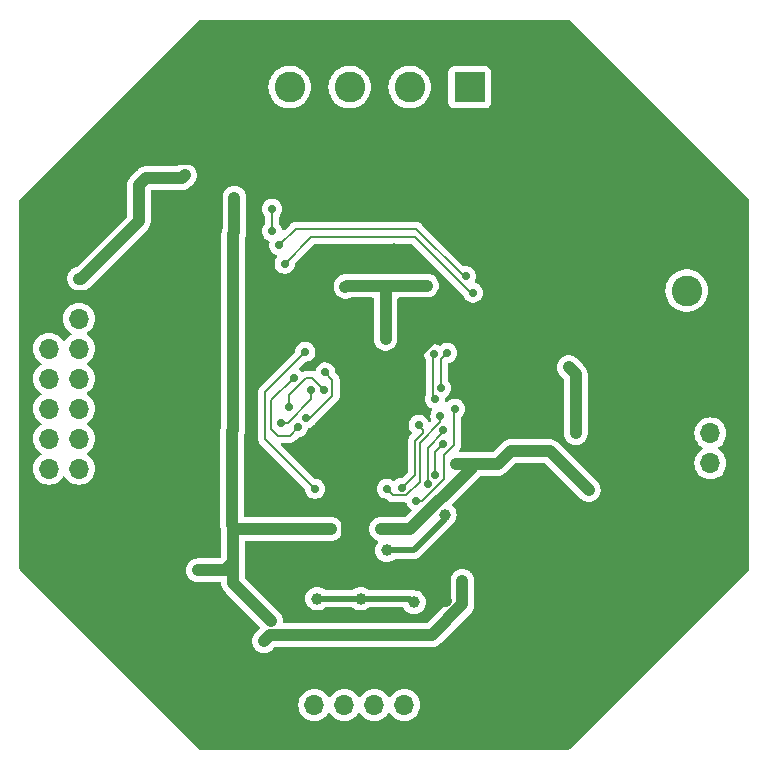
<source format=gbr>
%TF.GenerationSoftware,KiCad,Pcbnew,8.0.1*%
%TF.CreationDate,2024-04-05T15:31:17-07:00*%
%TF.ProjectId,TMC2240Breakout,544d4332-3234-4304-9272-65616b6f7574,rev?*%
%TF.SameCoordinates,Original*%
%TF.FileFunction,Copper,L2,Bot*%
%TF.FilePolarity,Positive*%
%FSLAX46Y46*%
G04 Gerber Fmt 4.6, Leading zero omitted, Abs format (unit mm)*
G04 Created by KiCad (PCBNEW 8.0.1) date 2024-04-05 15:31:17*
%MOMM*%
%LPD*%
G01*
G04 APERTURE LIST*
%TA.AperFunction,ComponentPad*%
%ADD10R,1.700000X1.700000*%
%TD*%
%TA.AperFunction,ComponentPad*%
%ADD11O,1.700000X1.700000*%
%TD*%
%TA.AperFunction,HeatsinkPad*%
%ADD12C,0.500000*%
%TD*%
%TA.AperFunction,HeatsinkPad*%
%ADD13R,3.100000X3.100000*%
%TD*%
%TA.AperFunction,ComponentPad*%
%ADD14C,5.600000*%
%TD*%
%TA.AperFunction,ComponentPad*%
%ADD15R,2.600000X2.600000*%
%TD*%
%TA.AperFunction,ComponentPad*%
%ADD16C,2.600000*%
%TD*%
%TA.AperFunction,ViaPad*%
%ADD17C,1.000000*%
%TD*%
%TA.AperFunction,ViaPad*%
%ADD18C,0.700000*%
%TD*%
%TA.AperFunction,Conductor*%
%ADD19C,0.200000*%
%TD*%
%TA.AperFunction,Conductor*%
%ADD20C,1.000000*%
%TD*%
%TA.AperFunction,Conductor*%
%ADD21C,0.500000*%
%TD*%
G04 APERTURE END LIST*
D10*
%TO.P,J13,1,Pin_1*%
%TO.N,GND*%
X97000000Y-130300000D03*
D11*
%TO.P,J13,2,Pin_2*%
%TO.N,VDD*%
X99540000Y-130300000D03*
%TO.P,J13,3,Pin_3*%
%TO.N,Net-(J13-Pin_3)*%
X97000000Y-132840000D03*
%TO.P,J13,4,Pin_4*%
%TO.N,Net-(J13-Pin_4)*%
X99540000Y-132840000D03*
%TO.P,J13,5,Pin_5*%
%TO.N,Net-(J13-Pin_5)*%
X97000000Y-135380000D03*
%TO.P,J13,6,Pin_6*%
%TO.N,Net-(J13-Pin_6)*%
X99540000Y-135380000D03*
%TO.P,J13,7,Pin_7*%
%TO.N,Net-(J13-Pin_7)*%
X97000000Y-137920000D03*
%TO.P,J13,8,Pin_8*%
%TO.N,Net-(J13-Pin_8)*%
X99540000Y-137920000D03*
%TO.P,J13,9,Pin_9*%
%TO.N,Net-(J13-Pin_9)*%
X97000000Y-140460000D03*
%TO.P,J13,10,Pin_10*%
%TO.N,Net-(J13-Pin_10)*%
X99540000Y-140460000D03*
%TO.P,J13,11,Pin_11*%
%TO.N,Net-(J13-Pin_11)*%
X97000000Y-143000000D03*
%TO.P,J13,12,Pin_12*%
%TO.N,Net-(J13-Pin_12)*%
X99540000Y-143000000D03*
%TD*%
D12*
%TO.P,U1,33,GND*%
%TO.N,GND*%
X124262500Y-137050000D03*
X125562500Y-137050000D03*
X126862500Y-137050000D03*
X124262500Y-135750000D03*
X125562500Y-135750000D03*
D13*
X125562500Y-135750000D03*
D12*
X126862500Y-135750000D03*
X124262500Y-134450000D03*
X125562500Y-134450000D03*
X126862500Y-134450000D03*
%TD*%
D14*
%TO.P,J10,1,Pin_1*%
%TO.N,GND*%
X141275000Y-161275000D03*
%TD*%
%TO.P,J5,1,Pin_1*%
%TO.N,GND*%
X100000000Y-120000000D03*
%TD*%
%TO.P,J12,1,Pin_1*%
%TO.N,GND*%
X141275000Y-110475000D03*
%TD*%
%TO.P,J6,1,Pin_1*%
%TO.N,GND*%
X100000000Y-151750000D03*
%TD*%
D15*
%TO.P,J4,1,Pin_1*%
%TO.N,Net-(J4-Pin_1)*%
X132620000Y-110695000D03*
D16*
%TO.P,J4,2,Pin_2*%
%TO.N,Net-(J4-Pin_2)*%
X127540000Y-110695000D03*
%TO.P,J4,3,Pin_3*%
%TO.N,Net-(J4-Pin_3)*%
X122460000Y-110695000D03*
%TO.P,J4,4,Pin_4*%
%TO.N,Net-(J4-Pin_4)*%
X117380000Y-110695000D03*
%TD*%
D14*
%TO.P,J8,1,Pin_1*%
%TO.N,GND*%
X150800000Y-151750000D03*
%TD*%
%TO.P,J9,1,Pin_1*%
%TO.N,GND*%
X109525000Y-161275000D03*
%TD*%
%TO.P,J7,1,Pin_1*%
%TO.N,GND*%
X150800000Y-120000000D03*
%TD*%
D15*
%TO.P,J3,1,Pin_1*%
%TO.N,GND*%
X151000000Y-133000000D03*
D16*
%TO.P,J3,2,Pin_2*%
%TO.N,VCC*%
X151000000Y-127920000D03*
%TD*%
D10*
%TO.P,J1,1,Pin_1*%
%TO.N,GND*%
X153000000Y-145080000D03*
D11*
%TO.P,J1,2,Pin_2*%
%TO.N,/AINV*%
X153000000Y-142540000D03*
%TO.P,J1,3,Pin_3*%
%TO.N,Net-(J1-Pin_3)*%
X153000000Y-140000000D03*
%TD*%
D14*
%TO.P,J11,1,Pin_1*%
%TO.N,GND*%
X109525000Y-110475000D03*
%TD*%
D10*
%TO.P,J2,1,Pin_1*%
%TO.N,GND*%
X116920000Y-163000000D03*
D11*
%TO.P,J2,2,Pin_2*%
%TO.N,/ENCV*%
X119460000Y-163000000D03*
%TO.P,J2,3,Pin_3*%
%TO.N,Net-(J2-Pin_3)*%
X122000000Y-163000000D03*
%TO.P,J2,4,Pin_4*%
%TO.N,Net-(J2-Pin_4)*%
X124540000Y-163000000D03*
%TO.P,J2,5,Pin_5*%
%TO.N,Net-(J2-Pin_5)*%
X127080000Y-163000000D03*
%TD*%
D17*
%TO.N,GND*%
X115500000Y-115200000D03*
X132200000Y-115800000D03*
X128100000Y-115800000D03*
X124200000Y-115300000D03*
X119700000Y-115200000D03*
X131900000Y-157300000D03*
X135100000Y-148500000D03*
X140200000Y-149800000D03*
X144400000Y-144500000D03*
X131100000Y-128300000D03*
X121200000Y-126100000D03*
X126200000Y-124400000D03*
X123400000Y-131500000D03*
X127700000Y-131500000D03*
X101900000Y-146700000D03*
X130900000Y-123900000D03*
X150600000Y-141000000D03*
X142400000Y-146900000D03*
X139800000Y-137400000D03*
X139600000Y-125700000D03*
X135800000Y-127300000D03*
X133200000Y-145200000D03*
X122900000Y-146600000D03*
X118100000Y-150600000D03*
%TO.N,VDD*%
X125100000Y-148100000D03*
X120900000Y-148100000D03*
X115800000Y-155900000D03*
%TO.N,VCC*%
X141600000Y-140000000D03*
X141000000Y-134400000D03*
%TO.N,GND*%
X145900000Y-140300000D03*
X145700000Y-137800000D03*
%TO.N,VCC*%
X132000000Y-152500000D03*
X115200000Y-157600000D03*
%TO.N,VDD*%
X142700000Y-144800000D03*
X136100000Y-141500000D03*
%TO.N,GND*%
X122400000Y-151400000D03*
X125100000Y-151500000D03*
X130600000Y-154200000D03*
%TO.N,Net-(Q1-G)*%
X125600000Y-149925000D03*
X130500000Y-146900000D03*
%TO.N,/ENCV*%
X127900000Y-154300000D03*
X119700000Y-154000000D03*
X123400000Y-154000000D03*
%TO.N,GND*%
X109400000Y-130500000D03*
X109400000Y-135000000D03*
X109600000Y-138900000D03*
X109400000Y-142700000D03*
X109700000Y-146500000D03*
X108600000Y-150400000D03*
X133400000Y-120300000D03*
X129200000Y-121300000D03*
X126000000Y-121500000D03*
X122100000Y-121400000D03*
X118100000Y-121100000D03*
X110300000Y-116800000D03*
X107200000Y-121200000D03*
X110000000Y-122800000D03*
X110000000Y-126500000D03*
%TO.N,VDD*%
X109600000Y-151600000D03*
X112600000Y-147900000D03*
X112500000Y-143300000D03*
X112500000Y-139800000D03*
X112600000Y-135200000D03*
X112600000Y-131600000D03*
X112600000Y-127200000D03*
X112600000Y-123100000D03*
X112700000Y-120050000D03*
X108500000Y-118150000D03*
X99540000Y-126900000D03*
D18*
%TO.N,GND*%
X120300000Y-131700000D03*
X130451472Y-131251472D03*
%TO.N,VDD*%
X131500000Y-142600000D03*
%TO.N,/DigitalConnector/~{SLEEP}*%
X115900000Y-121000000D03*
X115900000Y-122900000D03*
%TO.N,/DigitalConnector/DIAG1*%
X116950000Y-125650000D03*
X132900000Y-128100000D03*
%TO.N,/DigitalConnector/DIAG0*%
X116500000Y-124087500D03*
X132300000Y-126700000D03*
X129600000Y-133300000D03*
X129700000Y-137100000D03*
%TO.N,/DigitalConnector/DIAG1*%
X130200000Y-136200000D03*
X130700000Y-133200000D03*
%TO.N,/DigitalConnector/~{DRV_EN}*%
X118700000Y-133100000D03*
X125600000Y-144700000D03*
X119500000Y-144700000D03*
X130140380Y-138578859D03*
%TO.N,/OV*%
X128100000Y-145700000D03*
X131359620Y-137940380D03*
%TO.N,VCC*%
X125500000Y-131100000D03*
X122100000Y-127600000D03*
X129000000Y-127500000D03*
X125500000Y-132000000D03*
%TO.N,/ENCA*%
X129050000Y-144300000D03*
X130396587Y-139729392D03*
%TO.N,/ENCB*%
X126900000Y-144600000D03*
X128300000Y-139300000D03*
%TO.N,/ENCN*%
X129700000Y-143500000D03*
X130350781Y-140899219D03*
%TO.N,GND*%
X126500000Y-141550000D03*
X126500000Y-143100000D03*
%TO.N,/DigitalConnector/~{CS}*%
X118100000Y-139500000D03*
X117700000Y-135300000D03*
%TO.N,/DigitalConnector/SCLK*%
X118800000Y-138700000D03*
X120400000Y-134850000D03*
%TO.N,/DigitalConnector/SDI*%
X116650000Y-139100000D03*
X119200000Y-136300000D03*
%TO.N,/DigitalConnector/SDO*%
X120300000Y-136300000D03*
X117300000Y-137800000D03*
%TD*%
D19*
%TO.N,/DigitalConnector/DIAG1*%
X132700000Y-128100000D02*
X132900000Y-128100000D01*
X119200000Y-123400000D02*
X128000000Y-123400000D01*
X116950000Y-125650000D02*
X119200000Y-123400000D01*
X128000000Y-123400000D02*
X132700000Y-128100000D01*
%TO.N,/DigitalConnector/DIAG0*%
X128100000Y-122700000D02*
X132100000Y-126700000D01*
X116500000Y-124087500D02*
X117887500Y-122700000D01*
X117887500Y-122700000D02*
X128100000Y-122700000D01*
X132100000Y-126700000D02*
X132300000Y-126700000D01*
D20*
%TO.N,GND*%
X122200000Y-147300000D02*
X122200000Y-151400000D01*
X122900000Y-146600000D02*
X122200000Y-147300000D01*
X122200000Y-145900000D02*
X122900000Y-146600000D01*
D19*
%TO.N,/DigitalConnector/SCLK*%
X121000000Y-136819240D02*
X119119240Y-138700000D01*
X121000000Y-135450000D02*
X121000000Y-136819240D01*
X120400000Y-134850000D02*
X121000000Y-135450000D01*
X119119240Y-138700000D02*
X118800000Y-138700000D01*
%TO.N,/DigitalConnector/SDO*%
X118800000Y-135300000D02*
X117300000Y-136800000D01*
X117300000Y-136800000D02*
X117300000Y-137800000D01*
X119300000Y-135300000D02*
X118800000Y-135300000D01*
X120300000Y-136300000D02*
X119300000Y-135300000D01*
%TO.N,/DigitalConnector/~{CS}*%
X117400000Y-140200000D02*
X118100000Y-139500000D01*
X116400000Y-140200000D02*
X117400000Y-140200000D01*
X115800000Y-139600000D02*
X116400000Y-140200000D01*
X115800000Y-137200000D02*
X115800000Y-139600000D01*
X117700000Y-135300000D02*
X115800000Y-137200000D01*
%TO.N,/DigitalConnector/SDI*%
X119200000Y-137100000D02*
X119200000Y-136300000D01*
X117200000Y-139100000D02*
X119200000Y-137100000D01*
X116650000Y-139100000D02*
X117200000Y-139100000D01*
%TO.N,/DigitalConnector/~{DRV_EN}*%
X115300000Y-136500000D02*
X118700000Y-133100000D01*
X115300000Y-140500000D02*
X115300000Y-136500000D01*
X119500000Y-144700000D02*
X115300000Y-140500000D01*
D20*
%TO.N,VDD*%
X136100000Y-141500000D02*
X139400000Y-141500000D01*
X135000000Y-142600000D02*
X134700000Y-142600000D01*
X139400000Y-141500000D02*
X142700000Y-144800000D01*
X136100000Y-141500000D02*
X135000000Y-142600000D01*
D21*
X132800000Y-142600000D02*
X134700000Y-142600000D01*
D20*
X131500000Y-142600000D02*
X134700000Y-142600000D01*
D21*
X131500000Y-142600000D02*
X132800000Y-142600000D01*
D20*
X132800000Y-142900000D02*
X132800000Y-142600000D01*
X127600000Y-148100000D02*
X132800000Y-142900000D01*
X125100000Y-148100000D02*
X127600000Y-148100000D01*
D21*
%TO.N,Net-(Q1-G)*%
X127875000Y-149925000D02*
X125600000Y-149925000D01*
X130500000Y-146900000D02*
X130500000Y-147300000D01*
X130500000Y-147300000D02*
X127875000Y-149925000D01*
D20*
%TO.N,VDD*%
X120900000Y-148100000D02*
X112800000Y-148100000D01*
X112800000Y-148100000D02*
X112600000Y-147900000D01*
%TO.N,GND*%
X122200000Y-151400000D02*
X122400000Y-151400000D01*
X122200000Y-144400000D02*
X122200000Y-145900000D01*
X123500000Y-143100000D02*
X122200000Y-144400000D01*
X126500000Y-143100000D02*
X123500000Y-143100000D01*
%TO.N,VDD*%
X112600000Y-152700000D02*
X115800000Y-155900000D01*
X112600000Y-150900000D02*
X112600000Y-152700000D01*
%TO.N,VCC*%
X132000000Y-154497057D02*
X132000000Y-152500000D01*
X129397057Y-157100000D02*
X132000000Y-154497057D01*
X115700000Y-157100000D02*
X129397057Y-157100000D01*
X115200000Y-157600000D02*
X115700000Y-157100000D01*
X141600000Y-135000000D02*
X141000000Y-134400000D01*
X141600000Y-140000000D02*
X141600000Y-135000000D01*
D21*
%TO.N,GND*%
X145900000Y-138000000D02*
X145700000Y-137800000D01*
X145900000Y-140300000D02*
X145900000Y-138000000D01*
D20*
X122500000Y-151500000D02*
X122400000Y-151400000D01*
X125100000Y-151500000D02*
X122500000Y-151500000D01*
X127900000Y-151500000D02*
X125100000Y-151500000D01*
X130600000Y-154200000D02*
X127900000Y-151500000D01*
D21*
%TO.N,/ENCV*%
X127600000Y-154000000D02*
X127900000Y-154300000D01*
X123400000Y-154000000D02*
X127600000Y-154000000D01*
X123400000Y-154000000D02*
X119700000Y-154000000D01*
D20*
%TO.N,GND*%
X108400000Y-121200000D02*
X110000000Y-122800000D01*
X107200000Y-121200000D02*
X108400000Y-121200000D01*
X109400000Y-127100000D02*
X110000000Y-126500000D01*
X109400000Y-135000000D02*
X109400000Y-127100000D01*
X109600000Y-135200000D02*
X109400000Y-135000000D01*
X109600000Y-138900000D02*
X109600000Y-135200000D01*
X109400000Y-139100000D02*
X109600000Y-138900000D01*
X109400000Y-142700000D02*
X109400000Y-139100000D01*
X109700000Y-143000000D02*
X109400000Y-142700000D01*
X109700000Y-146500000D02*
X109700000Y-143000000D01*
X108600000Y-147600000D02*
X109700000Y-146500000D01*
X108600000Y-150400000D02*
X108600000Y-147600000D01*
X101350000Y-150400000D02*
X100000000Y-151750000D01*
X108600000Y-150400000D02*
X101350000Y-150400000D01*
%TO.N,VDD*%
X112500000Y-143300000D02*
X112500000Y-147800000D01*
X112500000Y-147800000D02*
X112600000Y-147900000D01*
X112500000Y-139800000D02*
X112500000Y-143300000D01*
%TO.N,GND*%
X132400000Y-120300000D02*
X133400000Y-120300000D01*
X131700000Y-120300000D02*
X132400000Y-120300000D01*
X130700000Y-121300000D02*
X131700000Y-120300000D01*
X129200000Y-121300000D02*
X130700000Y-121300000D01*
X129000000Y-121500000D02*
X129200000Y-121300000D01*
X126000000Y-121500000D02*
X129000000Y-121500000D01*
X125900000Y-121400000D02*
X126000000Y-121500000D01*
X122100000Y-121400000D02*
X125900000Y-121400000D01*
X121800000Y-121100000D02*
X122100000Y-121400000D01*
X118100000Y-121100000D02*
X121800000Y-121100000D01*
X113800000Y-116800000D02*
X118100000Y-121100000D01*
X110300000Y-116800000D02*
X113800000Y-116800000D01*
X104100000Y-117100000D02*
X104400000Y-116800000D01*
X104400000Y-116800000D02*
X110300000Y-116800000D01*
X102900000Y-117100000D02*
X104100000Y-117100000D01*
X100000000Y-120000000D02*
X102900000Y-117100000D01*
X110300000Y-111250000D02*
X109525000Y-110475000D01*
X110300000Y-116800000D02*
X110300000Y-111250000D01*
X107800000Y-121200000D02*
X110600000Y-118400000D01*
X110600000Y-118400000D02*
X110600000Y-117100000D01*
X107200000Y-121200000D02*
X107800000Y-121200000D01*
X110600000Y-117100000D02*
X110300000Y-116800000D01*
%TO.N,VDD*%
X108250000Y-118400000D02*
X108500000Y-118150000D01*
X105200000Y-118400000D02*
X108250000Y-118400000D01*
X104600000Y-122050000D02*
X104600000Y-119000000D01*
X99750000Y-126900000D02*
X104600000Y-122050000D01*
X104600000Y-119000000D02*
X105200000Y-118400000D01*
X99540000Y-126900000D02*
X99750000Y-126900000D01*
%TO.N,GND*%
X110000000Y-126500000D02*
X110000000Y-122800000D01*
%TO.N,VDD*%
X112100000Y-151400000D02*
X111900000Y-151600000D01*
X112600000Y-150900000D02*
X112100000Y-151400000D01*
X111900000Y-151600000D02*
X109600000Y-151600000D01*
X112600000Y-147900000D02*
X112600000Y-150900000D01*
X112600000Y-139700000D02*
X112500000Y-139800000D01*
X112600000Y-135200000D02*
X112600000Y-139700000D01*
X112600000Y-131600000D02*
X112600000Y-135200000D01*
X112600000Y-127200000D02*
X112600000Y-131600000D01*
X112600000Y-123100000D02*
X112600000Y-127200000D01*
X112700000Y-123000000D02*
X112600000Y-123100000D01*
X112700000Y-120050000D02*
X112700000Y-123000000D01*
%TO.N,GND*%
X121512500Y-131700000D02*
X124262500Y-134450000D01*
X120300000Y-131700000D02*
X121512500Y-131700000D01*
X130061028Y-131251472D02*
X126862500Y-134450000D01*
X130451472Y-131251472D02*
X130061028Y-131251472D01*
D19*
%TO.N,/ENCN*%
X129700000Y-143500000D02*
X129700000Y-141550000D01*
X129700000Y-141550000D02*
X130350781Y-140899219D01*
%TO.N,/OV*%
X131295479Y-138004521D02*
X131359620Y-137940380D01*
X131295479Y-141000000D02*
X131295479Y-138004521D01*
X130434619Y-141860860D02*
X131295479Y-141000000D01*
X130434619Y-143834619D02*
X130434619Y-141860860D01*
X128569239Y-145700000D02*
X130434619Y-143834619D01*
X128100000Y-145700000D02*
X128569239Y-145700000D01*
%TO.N,/ENCB*%
X128000000Y-140641054D02*
X128000000Y-143500000D01*
X128000000Y-143500000D02*
X126900000Y-144600000D01*
X128700000Y-139941053D02*
X128000000Y-140641054D01*
X128300000Y-139300000D02*
X128700000Y-139700000D01*
X128700000Y-139700000D02*
X128700000Y-139941053D01*
%TO.N,/ENCA*%
X129050000Y-141280761D02*
X129050000Y-144300000D01*
X130396587Y-139729392D02*
X130396587Y-139934174D01*
X130396587Y-139934174D02*
X129050000Y-141280761D01*
%TO.N,/DigitalConnector/~{DRV_EN}*%
X126150000Y-145250000D02*
X125600000Y-144700000D01*
X127250000Y-145250000D02*
X126150000Y-145250000D01*
X130140380Y-138578859D02*
X130140380Y-139066359D01*
X130140380Y-139066359D02*
X128400000Y-140806739D01*
X128400000Y-140806739D02*
X128400000Y-144100000D01*
X128400000Y-144100000D02*
X127250000Y-145250000D01*
%TO.N,/DigitalConnector/~{SLEEP}*%
X115900000Y-122900000D02*
X115900000Y-121000000D01*
%TO.N,/DigitalConnector/DIAG0*%
X129550000Y-133350000D02*
X129600000Y-133300000D01*
X129700000Y-137100000D02*
X129550000Y-136950000D01*
X129550000Y-136950000D02*
X129550000Y-133350000D01*
%TO.N,/DigitalConnector/DIAG1*%
X130200000Y-133700000D02*
X130700000Y-133200000D01*
X130200000Y-136200000D02*
X130200000Y-133700000D01*
D20*
%TO.N,VCC*%
X125500000Y-131100000D02*
X125500000Y-132000000D01*
X125500000Y-127500000D02*
X125500000Y-131100000D01*
X125500000Y-127500000D02*
X122200000Y-127500000D01*
X129000000Y-127500000D02*
X125500000Y-127500000D01*
X122200000Y-127500000D02*
X122100000Y-127600000D01*
D19*
%TO.N,GND*%
X126500000Y-141550000D02*
X126500000Y-143100000D01*
%TD*%
%TA.AperFunction,Conductor*%
%TO.N,GND*%
G36*
X141083363Y-104995185D02*
G01*
X141104005Y-105011819D01*
X156263181Y-120170995D01*
X156296666Y-120232318D01*
X156299500Y-120258676D01*
X156299500Y-151491324D01*
X156279815Y-151558363D01*
X156263181Y-151579005D01*
X141104005Y-166738181D01*
X141042682Y-166771666D01*
X141016324Y-166774500D01*
X109783676Y-166774500D01*
X109716637Y-166754815D01*
X109695995Y-166738181D01*
X105957814Y-163000000D01*
X118104341Y-163000000D01*
X118124936Y-163235403D01*
X118124938Y-163235413D01*
X118186094Y-163463655D01*
X118186096Y-163463659D01*
X118186097Y-163463663D01*
X118190000Y-163472032D01*
X118285965Y-163677830D01*
X118285967Y-163677834D01*
X118394281Y-163832521D01*
X118421505Y-163871401D01*
X118588599Y-164038495D01*
X118685384Y-164106265D01*
X118782165Y-164174032D01*
X118782167Y-164174033D01*
X118782170Y-164174035D01*
X118996337Y-164273903D01*
X119224592Y-164335063D01*
X119412918Y-164351539D01*
X119459999Y-164355659D01*
X119460000Y-164355659D01*
X119460001Y-164355659D01*
X119499234Y-164352226D01*
X119695408Y-164335063D01*
X119923663Y-164273903D01*
X120137830Y-164174035D01*
X120331401Y-164038495D01*
X120498495Y-163871401D01*
X120628425Y-163685842D01*
X120683002Y-163642217D01*
X120752500Y-163635023D01*
X120814855Y-163666546D01*
X120831575Y-163685842D01*
X120961500Y-163871395D01*
X120961505Y-163871401D01*
X121128599Y-164038495D01*
X121225384Y-164106265D01*
X121322165Y-164174032D01*
X121322167Y-164174033D01*
X121322170Y-164174035D01*
X121536337Y-164273903D01*
X121764592Y-164335063D01*
X121952918Y-164351539D01*
X121999999Y-164355659D01*
X122000000Y-164355659D01*
X122000001Y-164355659D01*
X122039234Y-164352226D01*
X122235408Y-164335063D01*
X122463663Y-164273903D01*
X122677830Y-164174035D01*
X122871401Y-164038495D01*
X123038495Y-163871401D01*
X123168425Y-163685842D01*
X123223002Y-163642217D01*
X123292500Y-163635023D01*
X123354855Y-163666546D01*
X123371575Y-163685842D01*
X123501500Y-163871395D01*
X123501505Y-163871401D01*
X123668599Y-164038495D01*
X123765384Y-164106265D01*
X123862165Y-164174032D01*
X123862167Y-164174033D01*
X123862170Y-164174035D01*
X124076337Y-164273903D01*
X124304592Y-164335063D01*
X124492918Y-164351539D01*
X124539999Y-164355659D01*
X124540000Y-164355659D01*
X124540001Y-164355659D01*
X124579234Y-164352226D01*
X124775408Y-164335063D01*
X125003663Y-164273903D01*
X125217830Y-164174035D01*
X125411401Y-164038495D01*
X125578495Y-163871401D01*
X125708425Y-163685842D01*
X125763002Y-163642217D01*
X125832500Y-163635023D01*
X125894855Y-163666546D01*
X125911575Y-163685842D01*
X126041500Y-163871395D01*
X126041505Y-163871401D01*
X126208599Y-164038495D01*
X126305384Y-164106265D01*
X126402165Y-164174032D01*
X126402167Y-164174033D01*
X126402170Y-164174035D01*
X126616337Y-164273903D01*
X126844592Y-164335063D01*
X127032918Y-164351539D01*
X127079999Y-164355659D01*
X127080000Y-164355659D01*
X127080001Y-164355659D01*
X127119234Y-164352226D01*
X127315408Y-164335063D01*
X127543663Y-164273903D01*
X127757830Y-164174035D01*
X127951401Y-164038495D01*
X128118495Y-163871401D01*
X128254035Y-163677830D01*
X128353903Y-163463663D01*
X128415063Y-163235408D01*
X128435659Y-163000000D01*
X128415063Y-162764592D01*
X128353903Y-162536337D01*
X128254035Y-162322171D01*
X128248425Y-162314158D01*
X128118494Y-162128597D01*
X127951402Y-161961506D01*
X127951395Y-161961501D01*
X127757834Y-161825967D01*
X127757830Y-161825965D01*
X127757828Y-161825964D01*
X127543663Y-161726097D01*
X127543659Y-161726096D01*
X127543655Y-161726094D01*
X127315413Y-161664938D01*
X127315403Y-161664936D01*
X127080001Y-161644341D01*
X127079999Y-161644341D01*
X126844596Y-161664936D01*
X126844586Y-161664938D01*
X126616344Y-161726094D01*
X126616335Y-161726098D01*
X126402171Y-161825964D01*
X126402169Y-161825965D01*
X126208597Y-161961505D01*
X126041505Y-162128597D01*
X125911575Y-162314158D01*
X125856998Y-162357783D01*
X125787500Y-162364977D01*
X125725145Y-162333454D01*
X125708425Y-162314158D01*
X125578494Y-162128597D01*
X125411402Y-161961506D01*
X125411395Y-161961501D01*
X125217834Y-161825967D01*
X125217830Y-161825965D01*
X125217828Y-161825964D01*
X125003663Y-161726097D01*
X125003659Y-161726096D01*
X125003655Y-161726094D01*
X124775413Y-161664938D01*
X124775403Y-161664936D01*
X124540001Y-161644341D01*
X124539999Y-161644341D01*
X124304596Y-161664936D01*
X124304586Y-161664938D01*
X124076344Y-161726094D01*
X124076335Y-161726098D01*
X123862171Y-161825964D01*
X123862169Y-161825965D01*
X123668597Y-161961505D01*
X123501505Y-162128597D01*
X123371575Y-162314158D01*
X123316998Y-162357783D01*
X123247500Y-162364977D01*
X123185145Y-162333454D01*
X123168425Y-162314158D01*
X123038494Y-162128597D01*
X122871402Y-161961506D01*
X122871395Y-161961501D01*
X122677834Y-161825967D01*
X122677830Y-161825965D01*
X122677828Y-161825964D01*
X122463663Y-161726097D01*
X122463659Y-161726096D01*
X122463655Y-161726094D01*
X122235413Y-161664938D01*
X122235403Y-161664936D01*
X122000001Y-161644341D01*
X121999999Y-161644341D01*
X121764596Y-161664936D01*
X121764586Y-161664938D01*
X121536344Y-161726094D01*
X121536335Y-161726098D01*
X121322171Y-161825964D01*
X121322169Y-161825965D01*
X121128597Y-161961505D01*
X120961505Y-162128597D01*
X120831575Y-162314158D01*
X120776998Y-162357783D01*
X120707500Y-162364977D01*
X120645145Y-162333454D01*
X120628425Y-162314158D01*
X120498494Y-162128597D01*
X120331402Y-161961506D01*
X120331395Y-161961501D01*
X120137834Y-161825967D01*
X120137830Y-161825965D01*
X120137828Y-161825964D01*
X119923663Y-161726097D01*
X119923659Y-161726096D01*
X119923655Y-161726094D01*
X119695413Y-161664938D01*
X119695403Y-161664936D01*
X119460001Y-161644341D01*
X119459999Y-161644341D01*
X119224596Y-161664936D01*
X119224586Y-161664938D01*
X118996344Y-161726094D01*
X118996335Y-161726098D01*
X118782171Y-161825964D01*
X118782169Y-161825965D01*
X118588597Y-161961505D01*
X118421505Y-162128597D01*
X118285965Y-162322169D01*
X118285964Y-162322171D01*
X118186098Y-162536335D01*
X118186094Y-162536344D01*
X118124938Y-162764586D01*
X118124936Y-162764596D01*
X118104341Y-162999999D01*
X118104341Y-163000000D01*
X105957814Y-163000000D01*
X94557813Y-151599999D01*
X108594659Y-151599999D01*
X108598903Y-151643090D01*
X108599500Y-151655244D01*
X108599500Y-151698544D01*
X108607945Y-151741006D01*
X108609730Y-151753035D01*
X108613975Y-151796130D01*
X108613976Y-151796134D01*
X108626547Y-151837575D01*
X108629503Y-151849378D01*
X108637946Y-151891827D01*
X108637948Y-151891834D01*
X108654517Y-151931834D01*
X108658612Y-151943277D01*
X108671186Y-151984727D01*
X108671187Y-151984729D01*
X108691597Y-152022913D01*
X108696800Y-152033915D01*
X108713368Y-152073914D01*
X108713370Y-152073918D01*
X108737425Y-152109918D01*
X108743683Y-152120358D01*
X108764088Y-152158535D01*
X108764094Y-152158543D01*
X108791552Y-152192002D01*
X108798799Y-152201772D01*
X108822862Y-152237783D01*
X108822865Y-152237787D01*
X108853479Y-152268401D01*
X108861651Y-152277416D01*
X108889118Y-152310884D01*
X108922581Y-152338346D01*
X108931599Y-152346520D01*
X108962214Y-152377136D01*
X108962219Y-152377140D01*
X108998219Y-152401194D01*
X109007988Y-152408438D01*
X109041462Y-152435910D01*
X109041464Y-152435911D01*
X109079640Y-152456316D01*
X109090078Y-152462572D01*
X109126086Y-152486632D01*
X109166095Y-152503203D01*
X109177091Y-152508404D01*
X109215273Y-152528814D01*
X109256710Y-152541383D01*
X109268160Y-152545480D01*
X109308165Y-152562051D01*
X109350640Y-152570499D01*
X109362414Y-152573448D01*
X109403868Y-152586024D01*
X109446964Y-152590268D01*
X109458990Y-152592052D01*
X109489480Y-152598117D01*
X109501458Y-152600500D01*
X109501459Y-152600500D01*
X109544756Y-152600500D01*
X109556909Y-152601096D01*
X109600000Y-152605341D01*
X109643090Y-152601096D01*
X109655244Y-152600500D01*
X111475500Y-152600500D01*
X111542539Y-152620185D01*
X111588294Y-152672989D01*
X111599500Y-152724500D01*
X111599500Y-152798544D01*
X111637947Y-152991829D01*
X111637949Y-152991836D01*
X111647118Y-153013972D01*
X111647119Y-153013976D01*
X111647120Y-153013976D01*
X111713364Y-153173907D01*
X111713371Y-153173920D01*
X111822859Y-153337780D01*
X111822860Y-153337781D01*
X111822861Y-153337782D01*
X111962218Y-153477139D01*
X111962219Y-153477139D01*
X111969286Y-153484206D01*
X111969285Y-153484206D01*
X111969289Y-153484209D01*
X114847398Y-156362318D01*
X114880883Y-156423641D01*
X114875899Y-156493333D01*
X114847398Y-156537680D01*
X114531603Y-156853475D01*
X114522589Y-156861645D01*
X114489116Y-156889116D01*
X114461645Y-156922589D01*
X114453478Y-156931601D01*
X114422858Y-156962222D01*
X114422853Y-156962228D01*
X114398802Y-156998222D01*
X114391558Y-157007991D01*
X114364088Y-157041464D01*
X114343672Y-157079658D01*
X114337420Y-157090089D01*
X114313367Y-157126087D01*
X114296799Y-157166084D01*
X114291600Y-157177076D01*
X114271188Y-157215266D01*
X114271187Y-157215270D01*
X114258616Y-157256707D01*
X114254518Y-157268158D01*
X114237950Y-157308158D01*
X114237948Y-157308165D01*
X114229503Y-157350622D01*
X114226547Y-157362423D01*
X114213977Y-157403862D01*
X114213975Y-157403869D01*
X114209730Y-157446964D01*
X114207945Y-157458992D01*
X114199500Y-157501454D01*
X114199500Y-157544754D01*
X114198903Y-157556907D01*
X114194659Y-157599999D01*
X114198903Y-157643090D01*
X114199500Y-157655244D01*
X114199500Y-157698543D01*
X114207945Y-157741005D01*
X114209730Y-157753034D01*
X114213975Y-157796130D01*
X114213977Y-157796137D01*
X114226547Y-157837577D01*
X114229503Y-157849378D01*
X114237947Y-157891829D01*
X114237948Y-157891831D01*
X114237949Y-157891836D01*
X114254523Y-157931850D01*
X114258615Y-157943288D01*
X114271185Y-157984725D01*
X114271187Y-157984730D01*
X114291599Y-158022919D01*
X114296799Y-158033913D01*
X114308455Y-158062051D01*
X114313369Y-158073914D01*
X114313369Y-158073915D01*
X114337422Y-158109913D01*
X114343676Y-158120347D01*
X114352480Y-158136818D01*
X114364092Y-158158541D01*
X114391557Y-158192007D01*
X114398806Y-158201781D01*
X114422860Y-158237780D01*
X114422863Y-158237784D01*
X114453474Y-158268394D01*
X114461646Y-158277410D01*
X114489118Y-158310884D01*
X114522587Y-158338351D01*
X114531605Y-158346525D01*
X114562213Y-158377134D01*
X114562216Y-158377136D01*
X114562219Y-158377139D01*
X114598207Y-158401185D01*
X114598219Y-158401193D01*
X114607992Y-158408442D01*
X114628151Y-158424986D01*
X114641462Y-158435910D01*
X114679647Y-158456320D01*
X114679651Y-158456322D01*
X114690090Y-158462579D01*
X114726086Y-158486631D01*
X114766087Y-158503201D01*
X114777082Y-158508401D01*
X114815273Y-158528814D01*
X114856721Y-158541387D01*
X114868166Y-158545483D01*
X114908156Y-158562048D01*
X114908157Y-158562048D01*
X114908164Y-158562051D01*
X114950632Y-158570497D01*
X114962424Y-158573451D01*
X115003868Y-158586024D01*
X115046965Y-158590268D01*
X115058991Y-158592052D01*
X115089481Y-158598117D01*
X115101459Y-158600500D01*
X115101460Y-158600500D01*
X115144756Y-158600500D01*
X115156909Y-158601096D01*
X115200000Y-158605341D01*
X115243090Y-158601096D01*
X115255244Y-158600500D01*
X115298541Y-158600500D01*
X115314453Y-158597334D01*
X115341004Y-158592053D01*
X115353036Y-158590268D01*
X115396132Y-158586024D01*
X115437570Y-158573452D01*
X115449370Y-158570497D01*
X115491836Y-158562051D01*
X115531855Y-158545473D01*
X115543275Y-158541387D01*
X115584727Y-158528814D01*
X115622922Y-158508397D01*
X115633901Y-158503204D01*
X115673914Y-158486631D01*
X115709908Y-158462580D01*
X115720332Y-158456330D01*
X115758538Y-158435910D01*
X115792020Y-158408430D01*
X115801780Y-158401193D01*
X115837781Y-158377139D01*
X115868394Y-158346524D01*
X115877411Y-158338352D01*
X115877412Y-158338351D01*
X115910883Y-158310883D01*
X115938363Y-158277397D01*
X115946505Y-158268413D01*
X116078102Y-158136817D01*
X116139425Y-158103334D01*
X116165782Y-158100500D01*
X129495599Y-158100500D01*
X129514927Y-158096655D01*
X129592245Y-158081275D01*
X129688893Y-158062051D01*
X129742222Y-158039961D01*
X129870971Y-157986632D01*
X130034839Y-157877139D01*
X130174196Y-157737782D01*
X130174196Y-157737780D01*
X130184404Y-157727573D01*
X130184405Y-157727570D01*
X132777139Y-155134839D01*
X132886632Y-154970971D01*
X132962051Y-154788892D01*
X133000500Y-154595598D01*
X133000500Y-152555244D01*
X133001097Y-152543090D01*
X133002503Y-152528813D01*
X133005341Y-152500000D01*
X133001097Y-152456907D01*
X133000500Y-152444754D01*
X133000500Y-152401458D01*
X132998117Y-152389480D01*
X132992052Y-152358990D01*
X132990268Y-152346961D01*
X132986024Y-152303869D01*
X132986024Y-152303868D01*
X132973448Y-152262414D01*
X132970499Y-152250640D01*
X132962051Y-152208165D01*
X132945480Y-152168159D01*
X132941383Y-152156710D01*
X132928814Y-152115273D01*
X132908404Y-152077091D01*
X132903203Y-152066095D01*
X132886632Y-152026086D01*
X132862572Y-151990078D01*
X132856316Y-151979640D01*
X132835911Y-151941464D01*
X132835910Y-151941462D01*
X132808438Y-151907988D01*
X132801194Y-151898219D01*
X132796928Y-151891835D01*
X132777139Y-151862218D01*
X132777136Y-151862214D01*
X132746520Y-151831599D01*
X132738346Y-151822581D01*
X132710884Y-151789118D01*
X132677416Y-151761651D01*
X132668401Y-151753479D01*
X132637787Y-151722865D01*
X132637783Y-151722862D01*
X132637780Y-151722860D01*
X132621139Y-151711740D01*
X132601772Y-151698799D01*
X132592002Y-151691552D01*
X132558543Y-151664094D01*
X132558535Y-151664088D01*
X132541436Y-151654948D01*
X132520350Y-151643678D01*
X132509918Y-151637425D01*
X132473918Y-151613370D01*
X132473914Y-151613368D01*
X132433915Y-151596800D01*
X132422913Y-151591597D01*
X132384729Y-151571187D01*
X132384728Y-151571186D01*
X132384727Y-151571186D01*
X132343277Y-151558612D01*
X132331834Y-151554517D01*
X132291834Y-151537948D01*
X132291827Y-151537946D01*
X132249378Y-151529503D01*
X132237575Y-151526547D01*
X132196134Y-151513976D01*
X132196130Y-151513975D01*
X132153035Y-151509730D01*
X132141006Y-151507945D01*
X132098544Y-151499500D01*
X132098541Y-151499500D01*
X132055244Y-151499500D01*
X132043090Y-151498903D01*
X132000000Y-151494659D01*
X131956910Y-151498903D01*
X131944756Y-151499500D01*
X131901453Y-151499500D01*
X131858991Y-151507945D01*
X131846963Y-151509730D01*
X131803867Y-151513976D01*
X131762427Y-151526546D01*
X131750626Y-151529502D01*
X131708166Y-151537948D01*
X131708161Y-151537949D01*
X131668159Y-151554518D01*
X131656707Y-151558616D01*
X131615272Y-151571186D01*
X131577091Y-151591594D01*
X131566093Y-151596795D01*
X131526091Y-151613364D01*
X131490080Y-151637426D01*
X131479645Y-151643680D01*
X131441465Y-151664087D01*
X131441460Y-151664091D01*
X131407990Y-151691557D01*
X131398225Y-151698799D01*
X131362225Y-151722855D01*
X131362219Y-151722860D01*
X131331595Y-151753483D01*
X131322584Y-151761650D01*
X131289117Y-151789117D01*
X131261650Y-151822584D01*
X131253483Y-151831595D01*
X131222860Y-151862219D01*
X131222855Y-151862225D01*
X131198799Y-151898225D01*
X131191557Y-151907990D01*
X131164091Y-151941460D01*
X131164087Y-151941465D01*
X131143680Y-151979645D01*
X131137426Y-151990080D01*
X131113364Y-152026091D01*
X131096795Y-152066093D01*
X131091594Y-152077091D01*
X131071186Y-152115272D01*
X131058616Y-152156707D01*
X131054518Y-152168159D01*
X131037949Y-152208161D01*
X131037948Y-152208166D01*
X131029502Y-152250626D01*
X131026546Y-152262427D01*
X131013976Y-152303867D01*
X131009730Y-152346963D01*
X131007945Y-152358991D01*
X130999500Y-152401453D01*
X130999500Y-152444754D01*
X130998903Y-152456907D01*
X130994659Y-152499999D01*
X130998903Y-152543090D01*
X130999500Y-152555244D01*
X130999500Y-154031274D01*
X130979815Y-154098313D01*
X130963181Y-154118955D01*
X129018956Y-156063181D01*
X128957633Y-156096666D01*
X128931275Y-156099500D01*
X116924500Y-156099500D01*
X116857461Y-156079815D01*
X116811706Y-156027011D01*
X116800500Y-155975500D01*
X116800500Y-155955244D01*
X116801097Y-155943090D01*
X116805341Y-155900000D01*
X116801097Y-155856907D01*
X116800500Y-155844754D01*
X116800500Y-155801458D01*
X116798117Y-155789480D01*
X116792052Y-155758990D01*
X116790268Y-155746961D01*
X116786024Y-155703869D01*
X116773452Y-155662424D01*
X116770499Y-155650636D01*
X116762051Y-155608164D01*
X116745475Y-155568147D01*
X116741388Y-155556725D01*
X116728814Y-155515273D01*
X116708397Y-155477077D01*
X116703200Y-155466086D01*
X116686631Y-155426085D01*
X116662573Y-155390080D01*
X116656317Y-155379642D01*
X116635910Y-155341462D01*
X116608439Y-155307989D01*
X116601202Y-155298231D01*
X116577139Y-155262218D01*
X116546519Y-155231598D01*
X116538346Y-155222581D01*
X116510883Y-155189116D01*
X116477417Y-155161652D01*
X116468400Y-155153479D01*
X115314921Y-154000000D01*
X118694659Y-154000000D01*
X118713975Y-154196129D01*
X118771188Y-154384733D01*
X118864086Y-154558532D01*
X118864090Y-154558539D01*
X118989116Y-154710883D01*
X119141460Y-154835909D01*
X119141467Y-154835913D01*
X119315266Y-154928811D01*
X119315269Y-154928811D01*
X119315273Y-154928814D01*
X119503868Y-154986024D01*
X119700000Y-155005341D01*
X119896132Y-154986024D01*
X120084727Y-154928814D01*
X120258538Y-154835910D01*
X120328313Y-154778647D01*
X120392623Y-154751334D01*
X120406978Y-154750500D01*
X122693022Y-154750500D01*
X122760061Y-154770185D01*
X122771687Y-154778647D01*
X122841460Y-154835909D01*
X122841467Y-154835913D01*
X123015266Y-154928811D01*
X123015269Y-154928811D01*
X123015273Y-154928814D01*
X123203868Y-154986024D01*
X123400000Y-155005341D01*
X123596132Y-154986024D01*
X123784727Y-154928814D01*
X123958538Y-154835910D01*
X124028313Y-154778647D01*
X124092623Y-154751334D01*
X124106978Y-154750500D01*
X126932020Y-154750500D01*
X126999059Y-154770185D01*
X127041378Y-154816047D01*
X127064090Y-154858539D01*
X127189116Y-155010883D01*
X127341460Y-155135909D01*
X127341467Y-155135913D01*
X127515266Y-155228811D01*
X127515269Y-155228811D01*
X127515273Y-155228814D01*
X127703868Y-155286024D01*
X127900000Y-155305341D01*
X128096132Y-155286024D01*
X128284727Y-155228814D01*
X128458538Y-155135910D01*
X128610883Y-155010883D01*
X128735910Y-154858538D01*
X128828814Y-154684727D01*
X128886024Y-154496132D01*
X128905341Y-154300000D01*
X128886024Y-154103868D01*
X128828814Y-153915273D01*
X128828811Y-153915269D01*
X128828811Y-153915266D01*
X128735913Y-153741467D01*
X128735909Y-153741460D01*
X128610883Y-153589116D01*
X128458539Y-153464090D01*
X128458532Y-153464086D01*
X128284733Y-153371188D01*
X128284727Y-153371186D01*
X128096132Y-153313976D01*
X128096129Y-153313975D01*
X127900000Y-153294659D01*
X127899995Y-153294659D01*
X127897222Y-153294932D01*
X127895382Y-153294659D01*
X127893910Y-153294659D01*
X127893910Y-153294440D01*
X127837621Y-153286091D01*
X127818913Y-153278342D01*
X127818911Y-153278341D01*
X127818910Y-153278341D01*
X127673920Y-153249500D01*
X127673918Y-153249500D01*
X124106978Y-153249500D01*
X124039939Y-153229815D01*
X124028313Y-153221353D01*
X123958539Y-153164090D01*
X123958532Y-153164086D01*
X123784733Y-153071188D01*
X123784727Y-153071186D01*
X123596132Y-153013976D01*
X123596129Y-153013975D01*
X123400000Y-152994659D01*
X123203870Y-153013975D01*
X123015266Y-153071188D01*
X122841467Y-153164086D01*
X122841460Y-153164090D01*
X122771687Y-153221353D01*
X122707377Y-153248666D01*
X122693022Y-153249500D01*
X120406978Y-153249500D01*
X120339939Y-153229815D01*
X120328313Y-153221353D01*
X120258539Y-153164090D01*
X120258532Y-153164086D01*
X120084733Y-153071188D01*
X120084727Y-153071186D01*
X119896132Y-153013976D01*
X119896129Y-153013975D01*
X119700000Y-152994659D01*
X119503870Y-153013975D01*
X119315266Y-153071188D01*
X119141467Y-153164086D01*
X119141460Y-153164090D01*
X118989116Y-153289116D01*
X118864090Y-153441460D01*
X118864086Y-153441467D01*
X118771188Y-153615266D01*
X118713975Y-153803870D01*
X118694659Y-154000000D01*
X115314921Y-154000000D01*
X113636819Y-152321898D01*
X113603334Y-152260575D01*
X113600500Y-152234217D01*
X113600500Y-149224500D01*
X113620185Y-149157461D01*
X113672989Y-149111706D01*
X113724500Y-149100500D01*
X120844756Y-149100500D01*
X120856909Y-149101096D01*
X120900000Y-149105341D01*
X120943090Y-149101096D01*
X120955244Y-149100500D01*
X120998542Y-149100500D01*
X121014454Y-149097334D01*
X121041005Y-149092053D01*
X121053037Y-149090268D01*
X121096132Y-149086024D01*
X121137580Y-149073450D01*
X121149353Y-149070500D01*
X121191835Y-149062051D01*
X121231847Y-149045476D01*
X121243280Y-149041386D01*
X121284727Y-149028814D01*
X121322918Y-149008399D01*
X121333910Y-149003201D01*
X121373914Y-148986632D01*
X121409938Y-148962560D01*
X121420351Y-148956320D01*
X121446591Y-148942295D01*
X121458535Y-148935912D01*
X121458539Y-148935909D01*
X121492005Y-148908444D01*
X121501782Y-148901193D01*
X121537781Y-148877140D01*
X121537783Y-148877138D01*
X121537785Y-148877136D01*
X121568408Y-148846512D01*
X121577402Y-148838359D01*
X121610883Y-148810883D01*
X121638359Y-148777402D01*
X121646512Y-148768408D01*
X121677139Y-148737782D01*
X121701200Y-148701772D01*
X121708444Y-148692005D01*
X121735909Y-148658539D01*
X121735912Y-148658535D01*
X121742295Y-148646591D01*
X121756320Y-148620351D01*
X121762560Y-148609938D01*
X121786632Y-148573914D01*
X121803202Y-148533906D01*
X121808402Y-148522913D01*
X121828814Y-148484727D01*
X121841386Y-148443280D01*
X121845476Y-148431847D01*
X121862051Y-148391835D01*
X121870500Y-148349353D01*
X121873450Y-148337580D01*
X121886024Y-148296132D01*
X121890268Y-148253037D01*
X121892054Y-148240999D01*
X121900500Y-148198541D01*
X121900500Y-148155244D01*
X121901097Y-148143090D01*
X121905341Y-148100000D01*
X121905341Y-148099999D01*
X124094659Y-148099999D01*
X124098903Y-148143090D01*
X124099500Y-148155244D01*
X124099500Y-148198544D01*
X124107945Y-148241006D01*
X124109730Y-148253035D01*
X124113975Y-148296130D01*
X124113976Y-148296134D01*
X124126547Y-148337575D01*
X124129503Y-148349378D01*
X124137946Y-148391827D01*
X124137948Y-148391834D01*
X124154517Y-148431834D01*
X124158612Y-148443277D01*
X124171186Y-148484726D01*
X124171187Y-148484729D01*
X124191597Y-148522913D01*
X124196800Y-148533915D01*
X124213368Y-148573914D01*
X124213370Y-148573918D01*
X124237425Y-148609918D01*
X124243678Y-148620350D01*
X124254948Y-148641436D01*
X124264088Y-148658535D01*
X124264094Y-148658543D01*
X124291552Y-148692002D01*
X124298799Y-148701772D01*
X124322860Y-148737781D01*
X124322862Y-148737783D01*
X124322865Y-148737787D01*
X124353479Y-148768401D01*
X124361651Y-148777416D01*
X124389117Y-148810883D01*
X124422579Y-148838345D01*
X124422581Y-148838346D01*
X124431599Y-148846520D01*
X124462214Y-148877136D01*
X124462217Y-148877138D01*
X124462218Y-148877139D01*
X124498217Y-148901193D01*
X124498219Y-148901194D01*
X124507988Y-148908438D01*
X124541462Y-148935910D01*
X124579640Y-148956316D01*
X124590078Y-148962572D01*
X124597899Y-148967797D01*
X124626086Y-148986632D01*
X124666095Y-149003203D01*
X124677091Y-149008404D01*
X124715273Y-149028814D01*
X124756710Y-149041383D01*
X124768160Y-149045480D01*
X124807248Y-149061671D01*
X124861652Y-149105513D01*
X124883716Y-149171807D01*
X124866436Y-149239506D01*
X124855649Y-149254896D01*
X124764090Y-149366461D01*
X124764086Y-149366467D01*
X124671188Y-149540266D01*
X124613975Y-149728870D01*
X124594659Y-149925000D01*
X124613975Y-150121129D01*
X124671188Y-150309733D01*
X124764086Y-150483532D01*
X124764090Y-150483539D01*
X124889116Y-150635883D01*
X125041460Y-150760909D01*
X125041467Y-150760913D01*
X125215266Y-150853811D01*
X125215269Y-150853811D01*
X125215273Y-150853814D01*
X125403868Y-150911024D01*
X125600000Y-150930341D01*
X125796132Y-150911024D01*
X125984727Y-150853814D01*
X125985347Y-150853483D01*
X126093976Y-150795419D01*
X126158538Y-150760910D01*
X126228313Y-150703647D01*
X126292623Y-150676334D01*
X126306978Y-150675500D01*
X127948920Y-150675500D01*
X128054399Y-150654518D01*
X128093913Y-150646658D01*
X128230495Y-150590084D01*
X128279729Y-150557186D01*
X128353416Y-150507952D01*
X131082952Y-147778415D01*
X131097458Y-147756706D01*
X131111353Y-147735911D01*
X131132183Y-147704734D01*
X131165084Y-147655495D01*
X131165085Y-147655490D01*
X131165258Y-147655233D01*
X131189696Y-147628270D01*
X131210883Y-147610883D01*
X131335910Y-147458538D01*
X131408429Y-147322865D01*
X131428811Y-147284733D01*
X131428811Y-147284732D01*
X131428814Y-147284727D01*
X131486024Y-147096132D01*
X131505341Y-146900000D01*
X131486024Y-146703868D01*
X131428814Y-146515273D01*
X131428811Y-146515269D01*
X131428811Y-146515266D01*
X131335913Y-146341467D01*
X131335909Y-146341460D01*
X131210883Y-146189116D01*
X131160061Y-146147408D01*
X131120727Y-146089663D01*
X131118856Y-146019818D01*
X131151043Y-145963876D01*
X133478102Y-143636819D01*
X133539425Y-143603334D01*
X133565783Y-143600500D01*
X135098543Y-143600500D01*
X135170407Y-143586204D01*
X135206341Y-143579057D01*
X135291836Y-143562051D01*
X135350428Y-143537781D01*
X135473914Y-143486632D01*
X135637782Y-143377139D01*
X135777139Y-143237782D01*
X135777140Y-143237779D01*
X135784206Y-143230714D01*
X135784208Y-143230710D01*
X136478101Y-142536819D01*
X136539424Y-142503334D01*
X136565782Y-142500500D01*
X138934218Y-142500500D01*
X139001257Y-142520185D01*
X139021899Y-142536819D01*
X141953479Y-145468400D01*
X141961652Y-145477417D01*
X141989116Y-145510883D01*
X142022581Y-145538346D01*
X142031599Y-145546520D01*
X142062215Y-145577137D01*
X142062219Y-145577140D01*
X142098223Y-145601197D01*
X142107988Y-145608438D01*
X142141462Y-145635910D01*
X142141465Y-145635911D01*
X142141468Y-145635914D01*
X142179653Y-145656324D01*
X142190082Y-145662574D01*
X142226086Y-145686631D01*
X142242432Y-145693401D01*
X142266087Y-145703201D01*
X142277082Y-145708401D01*
X142315273Y-145728814D01*
X142356721Y-145741387D01*
X142368166Y-145745483D01*
X142408156Y-145762048D01*
X142408157Y-145762048D01*
X142408164Y-145762051D01*
X142450632Y-145770497D01*
X142462424Y-145773451D01*
X142503868Y-145786024D01*
X142546965Y-145790268D01*
X142558991Y-145792052D01*
X142589481Y-145798117D01*
X142601459Y-145800500D01*
X142601460Y-145800500D01*
X142644756Y-145800500D01*
X142656909Y-145801096D01*
X142700000Y-145805341D01*
X142743090Y-145801096D01*
X142755244Y-145800500D01*
X142798541Y-145800500D01*
X142814453Y-145797334D01*
X142841004Y-145792053D01*
X142853036Y-145790268D01*
X142896132Y-145786024D01*
X142937570Y-145773452D01*
X142949370Y-145770497D01*
X142991836Y-145762051D01*
X143031855Y-145745473D01*
X143043275Y-145741387D01*
X143084727Y-145728814D01*
X143122922Y-145708397D01*
X143133901Y-145703204D01*
X143173914Y-145686631D01*
X143209914Y-145662575D01*
X143220338Y-145656327D01*
X143258538Y-145635910D01*
X143279489Y-145618716D01*
X143292009Y-145608441D01*
X143301780Y-145601194D01*
X143337781Y-145577140D01*
X143368400Y-145546519D01*
X143377417Y-145538347D01*
X143377418Y-145538346D01*
X143410883Y-145510883D01*
X143438348Y-145477415D01*
X143446521Y-145468399D01*
X143477140Y-145437781D01*
X143501194Y-145401780D01*
X143508441Y-145392009D01*
X143535907Y-145358542D01*
X143535907Y-145358541D01*
X143535910Y-145358538D01*
X143556327Y-145320338D01*
X143562576Y-145309914D01*
X143586631Y-145273914D01*
X143603204Y-145233901D01*
X143608401Y-145222916D01*
X143628814Y-145184727D01*
X143641387Y-145143275D01*
X143645473Y-145131855D01*
X143662051Y-145091836D01*
X143670497Y-145049370D01*
X143673454Y-145037566D01*
X143686024Y-144996132D01*
X143690268Y-144953036D01*
X143692054Y-144940998D01*
X143692501Y-144938754D01*
X143700500Y-144898540D01*
X143700500Y-144855244D01*
X143701097Y-144843090D01*
X143705341Y-144800000D01*
X143701097Y-144756907D01*
X143700500Y-144744754D01*
X143700500Y-144701459D01*
X143698117Y-144689481D01*
X143692052Y-144658991D01*
X143690268Y-144646962D01*
X143686024Y-144603868D01*
X143673451Y-144562424D01*
X143670496Y-144550625D01*
X143662051Y-144508164D01*
X143645482Y-144468165D01*
X143641387Y-144456721D01*
X143628814Y-144415273D01*
X143608402Y-144377084D01*
X143603201Y-144366087D01*
X143590349Y-144335063D01*
X143586631Y-144326086D01*
X143562574Y-144290082D01*
X143556324Y-144279653D01*
X143535914Y-144241468D01*
X143535911Y-144241465D01*
X143535910Y-144241462D01*
X143508438Y-144207988D01*
X143501194Y-144198219D01*
X143500603Y-144197335D01*
X143477140Y-144162219D01*
X143477137Y-144162215D01*
X143446520Y-144131599D01*
X143438346Y-144122581D01*
X143410883Y-144089116D01*
X143377417Y-144061652D01*
X143368400Y-144053479D01*
X141854921Y-142540000D01*
X151644341Y-142540000D01*
X151664936Y-142775403D01*
X151664938Y-142775413D01*
X151726094Y-143003655D01*
X151726096Y-143003659D01*
X151726097Y-143003663D01*
X151818331Y-143201459D01*
X151825965Y-143217830D01*
X151825967Y-143217834D01*
X151874807Y-143287584D01*
X151961505Y-143411401D01*
X152128599Y-143578495D01*
X152164073Y-143603334D01*
X152322165Y-143714032D01*
X152322167Y-143714033D01*
X152322170Y-143714035D01*
X152536337Y-143813903D01*
X152764592Y-143875063D01*
X152952918Y-143891539D01*
X152999999Y-143895659D01*
X153000000Y-143895659D01*
X153000001Y-143895659D01*
X153039234Y-143892226D01*
X153235408Y-143875063D01*
X153463663Y-143813903D01*
X153677830Y-143714035D01*
X153871401Y-143578495D01*
X154038495Y-143411401D01*
X154174035Y-143217830D01*
X154273903Y-143003663D01*
X154335063Y-142775408D01*
X154355659Y-142540000D01*
X154335063Y-142304592D01*
X154273903Y-142076337D01*
X154174035Y-141862171D01*
X154148684Y-141825965D01*
X154038494Y-141668597D01*
X153871402Y-141501506D01*
X153871396Y-141501501D01*
X153685842Y-141371575D01*
X153642217Y-141316998D01*
X153635023Y-141247500D01*
X153666546Y-141185145D01*
X153685842Y-141168425D01*
X153745651Y-141126546D01*
X153871401Y-141038495D01*
X154038495Y-140871401D01*
X154174035Y-140677830D01*
X154273903Y-140463663D01*
X154335063Y-140235408D01*
X154355659Y-140000000D01*
X154335063Y-139764592D01*
X154273903Y-139536337D01*
X154174035Y-139322171D01*
X154148684Y-139285965D01*
X154038494Y-139128597D01*
X153871402Y-138961506D01*
X153871395Y-138961501D01*
X153867106Y-138958498D01*
X153795739Y-138908526D01*
X153677834Y-138825967D01*
X153677830Y-138825965D01*
X153616433Y-138797335D01*
X153463663Y-138726097D01*
X153463659Y-138726096D01*
X153463655Y-138726094D01*
X153235413Y-138664938D01*
X153235403Y-138664936D01*
X153000001Y-138644341D01*
X152999999Y-138644341D01*
X152764596Y-138664936D01*
X152764586Y-138664938D01*
X152536344Y-138726094D01*
X152536335Y-138726098D01*
X152322171Y-138825964D01*
X152322169Y-138825965D01*
X152128597Y-138961505D01*
X151961505Y-139128597D01*
X151825965Y-139322169D01*
X151825964Y-139322171D01*
X151726098Y-139536335D01*
X151726094Y-139536344D01*
X151664938Y-139764586D01*
X151664936Y-139764596D01*
X151644341Y-139999999D01*
X151644341Y-140000000D01*
X151664936Y-140235403D01*
X151664938Y-140235413D01*
X151726094Y-140463655D01*
X151726096Y-140463659D01*
X151726097Y-140463663D01*
X151825772Y-140677416D01*
X151825965Y-140677830D01*
X151825967Y-140677834D01*
X151911860Y-140800501D01*
X151960023Y-140869285D01*
X151961501Y-140871395D01*
X151961506Y-140871402D01*
X152128597Y-141038493D01*
X152128603Y-141038498D01*
X152314158Y-141168425D01*
X152357783Y-141223002D01*
X152364977Y-141292500D01*
X152333454Y-141354855D01*
X152314158Y-141371575D01*
X152128597Y-141501505D01*
X151961505Y-141668597D01*
X151825965Y-141862169D01*
X151825964Y-141862171D01*
X151726098Y-142076335D01*
X151726094Y-142076344D01*
X151664938Y-142304586D01*
X151664936Y-142304596D01*
X151644341Y-142539999D01*
X151644341Y-142540000D01*
X141854921Y-142540000D01*
X140184209Y-140869289D01*
X140184206Y-140869285D01*
X140184206Y-140869286D01*
X140177139Y-140862219D01*
X140177139Y-140862218D01*
X140037782Y-140722861D01*
X140037781Y-140722860D01*
X140037780Y-140722859D01*
X139873917Y-140613369D01*
X139733601Y-140555249D01*
X139733598Y-140555247D01*
X139691840Y-140537950D01*
X139691828Y-140537947D01*
X139571316Y-140513976D01*
X139546974Y-140509134D01*
X139498543Y-140499500D01*
X139498541Y-140499500D01*
X136155244Y-140499500D01*
X136143090Y-140498903D01*
X136100000Y-140494659D01*
X136056910Y-140498903D01*
X136044756Y-140499500D01*
X136001453Y-140499500D01*
X135958991Y-140507945D01*
X135946963Y-140509730D01*
X135903869Y-140513975D01*
X135903862Y-140513977D01*
X135862423Y-140526547D01*
X135850621Y-140529503D01*
X135808170Y-140537947D01*
X135808167Y-140537947D01*
X135768165Y-140554517D01*
X135756711Y-140558615D01*
X135715272Y-140571186D01*
X135677091Y-140591594D01*
X135666093Y-140596795D01*
X135626091Y-140613364D01*
X135590080Y-140637426D01*
X135579645Y-140643680D01*
X135541465Y-140664087D01*
X135541460Y-140664091D01*
X135507990Y-140691557D01*
X135498225Y-140698799D01*
X135462225Y-140722855D01*
X135462219Y-140722860D01*
X135431595Y-140753483D01*
X135422584Y-140761650D01*
X135389117Y-140789117D01*
X135361650Y-140822584D01*
X135353483Y-140831594D01*
X135328767Y-140856312D01*
X135322861Y-140862218D01*
X135322858Y-140862221D01*
X134962078Y-141223002D01*
X134621899Y-141563181D01*
X134560576Y-141596666D01*
X134534218Y-141599500D01*
X131844577Y-141599500D01*
X131777538Y-141579815D01*
X131731783Y-141527011D01*
X131721839Y-141457853D01*
X131750864Y-141394297D01*
X131756896Y-141387819D01*
X131775999Y-141368716D01*
X131797546Y-141331395D01*
X131830739Y-141273904D01*
X131830740Y-141273902D01*
X131855053Y-141231790D01*
X131855054Y-141231789D01*
X131855054Y-141231787D01*
X131855056Y-141231785D01*
X131895980Y-141079057D01*
X131895980Y-140920943D01*
X131895980Y-140913348D01*
X131895979Y-140913330D01*
X131895979Y-138663344D01*
X131915664Y-138596305D01*
X131927829Y-138580372D01*
X131950653Y-138555023D01*
X132051479Y-138443045D01*
X132140870Y-138288215D01*
X132196117Y-138118183D01*
X132214805Y-137940380D01*
X132196117Y-137762577D01*
X132150505Y-137622197D01*
X132140872Y-137592550D01*
X132140869Y-137592544D01*
X132062229Y-137456335D01*
X132051479Y-137437715D01*
X131996756Y-137376939D01*
X131931855Y-137304858D01*
X131931852Y-137304856D01*
X131931851Y-137304855D01*
X131931850Y-137304854D01*
X131787213Y-137199768D01*
X131623887Y-137127051D01*
X131623885Y-137127050D01*
X131496214Y-137099913D01*
X131449011Y-137089880D01*
X131270229Y-137089880D01*
X131239574Y-137096395D01*
X131095353Y-137127050D01*
X131095348Y-137127052D01*
X130932028Y-137199767D01*
X130787387Y-137304856D01*
X130755480Y-137340292D01*
X130695993Y-137376939D01*
X130626136Y-137375608D01*
X130568089Y-137336720D01*
X130540280Y-137272623D01*
X130540011Y-137244368D01*
X130555185Y-137100000D01*
X130551835Y-137068130D01*
X130564404Y-136999402D01*
X130612136Y-136948378D01*
X130624727Y-136941888D01*
X130624790Y-136941859D01*
X130627593Y-136940612D01*
X130772230Y-136835526D01*
X130891859Y-136702665D01*
X130981250Y-136547835D01*
X131036497Y-136377803D01*
X131055185Y-136200000D01*
X131036497Y-136022197D01*
X130981250Y-135852165D01*
X130891859Y-135697335D01*
X130891855Y-135697329D01*
X130832350Y-135631242D01*
X130802120Y-135568250D01*
X130800500Y-135548270D01*
X130800500Y-134399999D01*
X139994659Y-134399999D01*
X139998903Y-134443090D01*
X139999500Y-134455244D01*
X139999500Y-134498543D01*
X140007945Y-134541005D01*
X140009730Y-134553034D01*
X140013975Y-134596130D01*
X140013977Y-134596137D01*
X140026547Y-134637577D01*
X140029503Y-134649378D01*
X140037947Y-134691829D01*
X140037948Y-134691831D01*
X140037949Y-134691836D01*
X140054523Y-134731850D01*
X140058615Y-134743288D01*
X140071185Y-134784725D01*
X140091599Y-134822919D01*
X140096800Y-134833915D01*
X140113369Y-134873914D01*
X140113369Y-134873915D01*
X140137422Y-134909913D01*
X140143677Y-134920348D01*
X140164092Y-134958541D01*
X140191557Y-134992007D01*
X140198806Y-135001781D01*
X140222860Y-135037780D01*
X140222863Y-135037784D01*
X140253474Y-135068394D01*
X140261646Y-135077410D01*
X140289118Y-135110884D01*
X140322587Y-135138351D01*
X140331604Y-135146524D01*
X140563181Y-135378101D01*
X140596666Y-135439424D01*
X140599500Y-135465782D01*
X140599500Y-139944754D01*
X140598903Y-139956907D01*
X140594659Y-140000000D01*
X140598903Y-140043090D01*
X140599500Y-140055244D01*
X140599500Y-140098544D01*
X140607945Y-140141006D01*
X140609730Y-140153035D01*
X140613975Y-140196130D01*
X140613976Y-140196134D01*
X140626547Y-140237575D01*
X140629503Y-140249378D01*
X140637946Y-140291827D01*
X140637948Y-140291834D01*
X140654517Y-140331834D01*
X140658612Y-140343277D01*
X140661663Y-140353334D01*
X140671187Y-140384729D01*
X140691597Y-140422913D01*
X140696800Y-140433915D01*
X140713368Y-140473914D01*
X140713370Y-140473918D01*
X140737425Y-140509918D01*
X140743678Y-140520350D01*
X140746991Y-140526547D01*
X140764088Y-140558535D01*
X140764094Y-140558543D01*
X140791552Y-140592002D01*
X140798799Y-140601772D01*
X140822860Y-140637781D01*
X140822862Y-140637783D01*
X140822865Y-140637787D01*
X140853479Y-140668401D01*
X140861651Y-140677416D01*
X140864200Y-140680522D01*
X140889117Y-140710883D01*
X140922579Y-140738345D01*
X140922581Y-140738346D01*
X140931599Y-140746520D01*
X140962214Y-140777136D01*
X140962217Y-140777138D01*
X140962218Y-140777139D01*
X140998217Y-140801193D01*
X140998219Y-140801194D01*
X141007988Y-140808438D01*
X141041462Y-140835910D01*
X141079640Y-140856316D01*
X141090078Y-140862572D01*
X141097899Y-140867797D01*
X141126086Y-140886632D01*
X141166095Y-140903203D01*
X141177091Y-140908404D01*
X141215273Y-140928814D01*
X141256710Y-140941383D01*
X141268160Y-140945480D01*
X141308165Y-140962051D01*
X141350640Y-140970499D01*
X141362414Y-140973448D01*
X141403868Y-140986024D01*
X141446964Y-140990268D01*
X141458990Y-140992052D01*
X141489480Y-140998117D01*
X141501458Y-141000500D01*
X141501459Y-141000500D01*
X141544756Y-141000500D01*
X141556909Y-141001096D01*
X141600000Y-141005341D01*
X141643090Y-141001096D01*
X141655244Y-141000500D01*
X141698542Y-141000500D01*
X141714454Y-140997334D01*
X141741005Y-140992053D01*
X141753037Y-140990268D01*
X141796132Y-140986024D01*
X141837580Y-140973450D01*
X141849353Y-140970500D01*
X141891835Y-140962051D01*
X141931847Y-140945476D01*
X141943280Y-140941386D01*
X141984727Y-140928814D01*
X142022918Y-140908399D01*
X142033910Y-140903201D01*
X142073914Y-140886632D01*
X142109938Y-140862560D01*
X142120351Y-140856320D01*
X142146591Y-140842295D01*
X142158535Y-140835912D01*
X142158539Y-140835909D01*
X142169043Y-140827289D01*
X142192005Y-140808444D01*
X142201782Y-140801193D01*
X142237781Y-140777140D01*
X142237783Y-140777138D01*
X142237785Y-140777136D01*
X142268408Y-140746512D01*
X142277402Y-140738359D01*
X142310883Y-140710883D01*
X142338359Y-140677402D01*
X142346512Y-140668408D01*
X142377139Y-140637782D01*
X142401200Y-140601772D01*
X142408444Y-140592005D01*
X142427559Y-140568713D01*
X142435910Y-140558538D01*
X142435931Y-140558500D01*
X142446914Y-140537949D01*
X142456320Y-140520351D01*
X142462560Y-140509938D01*
X142486632Y-140473914D01*
X142503202Y-140433906D01*
X142508402Y-140422913D01*
X142528814Y-140384727D01*
X142541386Y-140343280D01*
X142545476Y-140331847D01*
X142562051Y-140291835D01*
X142570500Y-140249353D01*
X142573450Y-140237580D01*
X142586024Y-140196132D01*
X142590268Y-140153037D01*
X142592054Y-140140999D01*
X142593144Y-140135523D01*
X142600500Y-140098541D01*
X142600500Y-140055244D01*
X142601097Y-140043090D01*
X142605341Y-140000000D01*
X142601097Y-139956907D01*
X142600500Y-139944754D01*
X142600500Y-134901456D01*
X142577280Y-134784727D01*
X142562051Y-134708164D01*
X142534422Y-134641462D01*
X142506276Y-134573510D01*
X142486635Y-134526092D01*
X142486628Y-134526079D01*
X142377139Y-134362218D01*
X142377136Y-134362214D01*
X142234686Y-134219764D01*
X142234655Y-134219735D01*
X141746524Y-133731604D01*
X141738351Y-133722587D01*
X141710884Y-133689118D01*
X141677410Y-133661646D01*
X141668394Y-133653474D01*
X141637784Y-133622863D01*
X141637780Y-133622860D01*
X141601781Y-133598806D01*
X141592007Y-133591557D01*
X141558541Y-133564092D01*
X141558539Y-133564091D01*
X141558538Y-133564090D01*
X141520347Y-133543676D01*
X141509913Y-133537422D01*
X141473914Y-133513369D01*
X141433915Y-133496800D01*
X141422919Y-133491599D01*
X141384730Y-133471187D01*
X141384725Y-133471185D01*
X141343288Y-133458615D01*
X141331850Y-133454523D01*
X141291836Y-133437949D01*
X141291829Y-133437947D01*
X141249378Y-133429503D01*
X141237577Y-133426547D01*
X141196137Y-133413977D01*
X141196130Y-133413975D01*
X141153034Y-133409730D01*
X141141005Y-133407945D01*
X141098543Y-133399500D01*
X141098540Y-133399500D01*
X141055244Y-133399500D01*
X141043090Y-133398903D01*
X141000000Y-133394659D01*
X140956910Y-133398903D01*
X140944756Y-133399500D01*
X140901454Y-133399500D01*
X140858992Y-133407945D01*
X140846964Y-133409730D01*
X140803869Y-133413975D01*
X140803862Y-133413977D01*
X140762423Y-133426547D01*
X140750622Y-133429503D01*
X140708165Y-133437948D01*
X140708158Y-133437950D01*
X140668158Y-133454518D01*
X140656707Y-133458616D01*
X140624314Y-133468443D01*
X140615277Y-133471185D01*
X140615270Y-133471187D01*
X140615266Y-133471188D01*
X140577076Y-133491600D01*
X140566084Y-133496799D01*
X140526087Y-133513367D01*
X140490089Y-133537420D01*
X140479658Y-133543672D01*
X140441464Y-133564088D01*
X140407991Y-133591558D01*
X140398222Y-133598802D01*
X140362228Y-133622853D01*
X140362222Y-133622858D01*
X140331601Y-133653478D01*
X140322589Y-133661645D01*
X140289116Y-133689116D01*
X140261645Y-133722589D01*
X140253478Y-133731601D01*
X140222858Y-133762222D01*
X140222853Y-133762228D01*
X140198802Y-133798222D01*
X140191558Y-133807991D01*
X140164088Y-133841464D01*
X140143672Y-133879658D01*
X140137420Y-133890089D01*
X140113367Y-133926087D01*
X140096799Y-133966084D01*
X140091600Y-133977076D01*
X140071188Y-134015266D01*
X140071187Y-134015270D01*
X140058616Y-134056707D01*
X140054518Y-134068158D01*
X140037950Y-134108158D01*
X140037948Y-134108165D01*
X140029503Y-134150622D01*
X140026547Y-134162423D01*
X140013977Y-134203862D01*
X140013975Y-134203869D01*
X140009730Y-134246964D01*
X140007945Y-134258992D01*
X139999500Y-134301454D01*
X139999500Y-134344754D01*
X139998903Y-134356907D01*
X139994659Y-134399999D01*
X130800500Y-134399999D01*
X130800500Y-134148551D01*
X130820185Y-134081512D01*
X130872989Y-134035757D01*
X130898710Y-134027263D01*
X130964267Y-134013329D01*
X131127593Y-133940612D01*
X131272230Y-133835526D01*
X131391859Y-133702665D01*
X131481250Y-133547835D01*
X131536497Y-133377803D01*
X131555185Y-133200000D01*
X131536497Y-133022197D01*
X131481250Y-132852165D01*
X131391859Y-132697335D01*
X131338236Y-132637781D01*
X131272235Y-132564478D01*
X131272232Y-132564476D01*
X131272231Y-132564475D01*
X131272230Y-132564474D01*
X131127593Y-132459388D01*
X130964267Y-132386671D01*
X130964265Y-132386670D01*
X130835906Y-132359387D01*
X130789391Y-132349500D01*
X130610609Y-132349500D01*
X130579954Y-132356015D01*
X130435733Y-132386670D01*
X130435728Y-132386672D01*
X130272409Y-132459387D01*
X130151964Y-132546895D01*
X130086157Y-132570374D01*
X130028644Y-132559856D01*
X129999533Y-132546895D01*
X129864267Y-132486671D01*
X129864265Y-132486670D01*
X129735906Y-132459387D01*
X129689391Y-132449500D01*
X129510609Y-132449500D01*
X129479954Y-132456015D01*
X129335733Y-132486670D01*
X129335728Y-132486672D01*
X129172408Y-132559387D01*
X129027768Y-132664475D01*
X128908140Y-132797336D01*
X128818750Y-132952164D01*
X128818747Y-132952170D01*
X128763504Y-133122192D01*
X128763503Y-133122194D01*
X128744815Y-133300000D01*
X128763503Y-133477805D01*
X128763504Y-133477807D01*
X128818747Y-133647829D01*
X128818750Y-133647835D01*
X128908141Y-133802665D01*
X128908697Y-133803282D01*
X128917648Y-133813223D01*
X128947879Y-133876213D01*
X128949500Y-133896197D01*
X128949500Y-136665678D01*
X128932887Y-136727678D01*
X128918750Y-136752163D01*
X128863504Y-136922192D01*
X128863503Y-136922194D01*
X128844815Y-137100000D01*
X128863503Y-137277805D01*
X128863504Y-137277807D01*
X128918747Y-137447829D01*
X128918750Y-137447835D01*
X129008141Y-137602665D01*
X129025728Y-137622197D01*
X129127764Y-137735521D01*
X129127767Y-137735523D01*
X129127770Y-137735526D01*
X129272407Y-137840612D01*
X129394915Y-137895155D01*
X129448150Y-137940404D01*
X129468472Y-138007253D01*
X129450708Y-138069953D01*
X129451770Y-138070566D01*
X129359130Y-138231023D01*
X129359127Y-138231029D01*
X129303884Y-138401051D01*
X129303883Y-138401053D01*
X129285195Y-138578859D01*
X129303883Y-138756664D01*
X129303884Y-138756666D01*
X129353227Y-138908526D01*
X129355222Y-138978367D01*
X129322977Y-139034525D01*
X129303811Y-139053691D01*
X129242488Y-139087176D01*
X129172796Y-139082192D01*
X129116863Y-139040320D01*
X129098199Y-139004328D01*
X129081252Y-138952170D01*
X129081249Y-138952164D01*
X129056055Y-138908526D01*
X128991859Y-138797335D01*
X128927713Y-138726094D01*
X128872235Y-138664478D01*
X128872232Y-138664476D01*
X128872231Y-138664475D01*
X128872230Y-138664474D01*
X128727593Y-138559388D01*
X128564267Y-138486671D01*
X128564265Y-138486670D01*
X128436594Y-138459533D01*
X128389391Y-138449500D01*
X128210609Y-138449500D01*
X128179954Y-138456015D01*
X128035733Y-138486670D01*
X128035728Y-138486672D01*
X127872408Y-138559387D01*
X127727768Y-138664475D01*
X127608140Y-138797336D01*
X127518750Y-138952164D01*
X127518747Y-138952170D01*
X127463504Y-139122192D01*
X127463503Y-139122194D01*
X127444815Y-139300000D01*
X127463503Y-139477805D01*
X127463504Y-139477807D01*
X127518747Y-139647829D01*
X127518750Y-139647835D01*
X127608141Y-139802665D01*
X127649998Y-139849152D01*
X127709925Y-139915708D01*
X127740155Y-139978700D01*
X127731530Y-140048035D01*
X127705456Y-140086361D01*
X127519481Y-140272336D01*
X127519475Y-140272344D01*
X127440426Y-140409263D01*
X127440423Y-140409268D01*
X127425850Y-140463655D01*
X127399499Y-140561997D01*
X127399499Y-140561998D01*
X127399499Y-140561999D01*
X127399500Y-140662051D01*
X127399500Y-143199903D01*
X127379815Y-143266942D01*
X127363181Y-143287584D01*
X126937584Y-143713181D01*
X126876261Y-143746666D01*
X126849903Y-143749500D01*
X126810609Y-143749500D01*
X126779954Y-143756015D01*
X126635733Y-143786670D01*
X126635728Y-143786672D01*
X126472408Y-143859387D01*
X126327768Y-143964475D01*
X126286534Y-144010270D01*
X126227047Y-144046918D01*
X126157190Y-144045587D01*
X126121500Y-144027615D01*
X126027597Y-143959390D01*
X126027593Y-143959388D01*
X125864267Y-143886671D01*
X125864265Y-143886670D01*
X125735906Y-143859387D01*
X125689391Y-143849500D01*
X125510609Y-143849500D01*
X125479954Y-143856015D01*
X125335733Y-143886670D01*
X125335728Y-143886672D01*
X125172408Y-143959387D01*
X125027768Y-144064475D01*
X124908140Y-144197336D01*
X124818750Y-144352164D01*
X124818747Y-144352170D01*
X124763504Y-144522192D01*
X124763503Y-144522194D01*
X124744815Y-144700000D01*
X124763503Y-144877805D01*
X124763504Y-144877807D01*
X124818747Y-145047829D01*
X124818750Y-145047835D01*
X124908141Y-145202665D01*
X124949812Y-145248946D01*
X125027764Y-145335521D01*
X125027767Y-145335523D01*
X125027770Y-145335526D01*
X125172407Y-145440612D01*
X125335733Y-145513329D01*
X125510609Y-145550500D01*
X125549903Y-145550500D01*
X125616942Y-145570185D01*
X125637584Y-145586819D01*
X125665139Y-145614374D01*
X125665149Y-145614385D01*
X125669479Y-145618715D01*
X125669480Y-145618716D01*
X125781284Y-145730520D01*
X125781286Y-145730521D01*
X125781290Y-145730524D01*
X125887865Y-145792054D01*
X125918216Y-145809577D01*
X126030019Y-145839534D01*
X126070942Y-145850500D01*
X126070943Y-145850500D01*
X127163331Y-145850500D01*
X127163347Y-145850501D01*
X127164541Y-145850501D01*
X127164862Y-145850595D01*
X127178711Y-145851458D01*
X127178719Y-145851459D01*
X127178332Y-145854550D01*
X127231580Y-145870186D01*
X127277335Y-145922990D01*
X127282472Y-145936183D01*
X127318747Y-146047829D01*
X127318750Y-146047835D01*
X127408141Y-146202665D01*
X127449812Y-146248946D01*
X127527764Y-146335521D01*
X127527767Y-146335523D01*
X127527770Y-146335526D01*
X127654607Y-146427679D01*
X127697271Y-146483008D01*
X127703250Y-146552622D01*
X127670644Y-146614417D01*
X127669401Y-146615677D01*
X127221899Y-147063181D01*
X127160576Y-147096666D01*
X127134218Y-147099500D01*
X125155244Y-147099500D01*
X125143090Y-147098903D01*
X125120377Y-147096666D01*
X125100000Y-147094659D01*
X125079623Y-147096666D01*
X125056910Y-147098903D01*
X125044756Y-147099500D01*
X125001453Y-147099500D01*
X124958991Y-147107945D01*
X124946963Y-147109730D01*
X124903867Y-147113976D01*
X124862427Y-147126546D01*
X124850626Y-147129502D01*
X124808166Y-147137948D01*
X124808161Y-147137949D01*
X124768159Y-147154518D01*
X124756707Y-147158616D01*
X124715272Y-147171186D01*
X124677091Y-147191594D01*
X124666093Y-147196795D01*
X124626091Y-147213364D01*
X124590080Y-147237426D01*
X124579645Y-147243680D01*
X124541465Y-147264087D01*
X124541460Y-147264091D01*
X124507990Y-147291557D01*
X124498225Y-147298799D01*
X124462225Y-147322855D01*
X124462219Y-147322860D01*
X124431595Y-147353483D01*
X124422584Y-147361650D01*
X124389117Y-147389117D01*
X124361650Y-147422584D01*
X124353483Y-147431595D01*
X124322860Y-147462219D01*
X124322855Y-147462225D01*
X124298799Y-147498225D01*
X124291557Y-147507990D01*
X124264091Y-147541460D01*
X124264087Y-147541465D01*
X124243680Y-147579645D01*
X124237426Y-147590080D01*
X124213364Y-147626091D01*
X124196795Y-147666093D01*
X124191594Y-147677091D01*
X124171186Y-147715272D01*
X124158616Y-147756707D01*
X124154518Y-147768159D01*
X124137949Y-147808161D01*
X124137948Y-147808166D01*
X124129502Y-147850626D01*
X124126546Y-147862427D01*
X124113976Y-147903867D01*
X124109730Y-147946963D01*
X124107945Y-147958991D01*
X124099500Y-148001453D01*
X124099500Y-148044754D01*
X124098903Y-148056907D01*
X124094659Y-148099999D01*
X121905341Y-148099999D01*
X121901097Y-148056907D01*
X121900500Y-148044754D01*
X121900500Y-148001458D01*
X121898117Y-147989480D01*
X121892052Y-147958990D01*
X121890268Y-147946961D01*
X121886024Y-147903869D01*
X121886024Y-147903868D01*
X121873448Y-147862414D01*
X121870499Y-147850640D01*
X121862051Y-147808165D01*
X121845480Y-147768159D01*
X121841383Y-147756710D01*
X121828814Y-147715273D01*
X121808404Y-147677091D01*
X121803203Y-147666095D01*
X121786632Y-147626086D01*
X121762572Y-147590078D01*
X121756316Y-147579640D01*
X121735911Y-147541464D01*
X121735910Y-147541462D01*
X121708438Y-147507988D01*
X121701194Y-147498219D01*
X121677140Y-147462219D01*
X121677136Y-147462214D01*
X121646520Y-147431599D01*
X121638346Y-147422581D01*
X121610884Y-147389118D01*
X121577416Y-147361651D01*
X121568401Y-147353479D01*
X121537787Y-147322865D01*
X121537783Y-147322862D01*
X121537780Y-147322860D01*
X121521139Y-147311740D01*
X121501772Y-147298799D01*
X121492002Y-147291552D01*
X121458543Y-147264094D01*
X121458535Y-147264088D01*
X121441436Y-147254948D01*
X121420350Y-147243678D01*
X121409918Y-147237425D01*
X121373918Y-147213370D01*
X121373914Y-147213368D01*
X121333915Y-147196800D01*
X121322913Y-147191597D01*
X121284729Y-147171187D01*
X121284728Y-147171186D01*
X121284727Y-147171186D01*
X121243277Y-147158612D01*
X121231834Y-147154517D01*
X121191834Y-147137948D01*
X121191827Y-147137946D01*
X121149378Y-147129503D01*
X121137575Y-147126547D01*
X121096134Y-147113976D01*
X121096130Y-147113975D01*
X121053035Y-147109730D01*
X121041006Y-147107945D01*
X120998544Y-147099500D01*
X120998541Y-147099500D01*
X120955244Y-147099500D01*
X120943090Y-147098903D01*
X120920377Y-147096666D01*
X120900000Y-147094659D01*
X120879623Y-147096666D01*
X120856910Y-147098903D01*
X120844756Y-147099500D01*
X113624500Y-147099500D01*
X113557461Y-147079815D01*
X113511706Y-147027011D01*
X113500500Y-146975500D01*
X113500500Y-143355244D01*
X113501097Y-143343090D01*
X113505341Y-143300000D01*
X113501097Y-143256907D01*
X113500500Y-143244754D01*
X113500500Y-140579054D01*
X114699498Y-140579054D01*
X114705588Y-140601782D01*
X114740423Y-140731785D01*
X114747909Y-140744751D01*
X114819477Y-140868712D01*
X114819481Y-140868717D01*
X114938349Y-140987585D01*
X114938355Y-140987590D01*
X118613066Y-144662301D01*
X118646551Y-144723624D01*
X118648706Y-144737020D01*
X118663503Y-144877804D01*
X118663504Y-144877807D01*
X118718747Y-145047829D01*
X118718750Y-145047835D01*
X118808141Y-145202665D01*
X118849812Y-145248946D01*
X118927764Y-145335521D01*
X118927767Y-145335523D01*
X118927770Y-145335526D01*
X119072407Y-145440612D01*
X119235733Y-145513329D01*
X119410609Y-145550500D01*
X119410610Y-145550500D01*
X119589389Y-145550500D01*
X119589391Y-145550500D01*
X119764267Y-145513329D01*
X119927593Y-145440612D01*
X120072230Y-145335526D01*
X120090733Y-145314977D01*
X120098148Y-145306741D01*
X120191859Y-145202665D01*
X120281250Y-145047835D01*
X120336497Y-144877803D01*
X120355185Y-144700000D01*
X120336497Y-144522197D01*
X120285774Y-144366087D01*
X120281252Y-144352170D01*
X120281249Y-144352164D01*
X120271375Y-144335061D01*
X120191859Y-144197335D01*
X120124550Y-144122581D01*
X120072235Y-144064478D01*
X120072232Y-144064476D01*
X120072231Y-144064475D01*
X120072230Y-144064474D01*
X119927593Y-143959388D01*
X119764267Y-143886671D01*
X119764265Y-143886670D01*
X119635906Y-143859387D01*
X119589391Y-143849500D01*
X119589390Y-143849500D01*
X119550097Y-143849500D01*
X119483058Y-143829815D01*
X119462416Y-143813181D01*
X116661416Y-141012181D01*
X116627931Y-140950858D01*
X116632915Y-140881166D01*
X116674787Y-140825233D01*
X116740251Y-140800816D01*
X116749097Y-140800500D01*
X117313331Y-140800500D01*
X117313347Y-140800501D01*
X117320943Y-140800501D01*
X117479054Y-140800501D01*
X117479057Y-140800501D01*
X117631785Y-140759577D01*
X117687028Y-140727682D01*
X117768716Y-140680520D01*
X117880520Y-140568716D01*
X117880520Y-140568714D01*
X117890721Y-140558514D01*
X117890724Y-140558509D01*
X118062417Y-140386816D01*
X118123740Y-140353334D01*
X118150097Y-140350500D01*
X118189389Y-140350500D01*
X118189391Y-140350500D01*
X118364267Y-140313329D01*
X118527593Y-140240612D01*
X118672230Y-140135526D01*
X118791859Y-140002665D01*
X118881250Y-139847835D01*
X118936497Y-139677803D01*
X118941842Y-139626943D01*
X118968425Y-139562333D01*
X119025722Y-139522347D01*
X119039368Y-139518621D01*
X119064267Y-139513329D01*
X119227593Y-139440612D01*
X119372230Y-139335526D01*
X119376090Y-139331240D01*
X119416855Y-139285965D01*
X119491859Y-139202665D01*
X119519281Y-139155167D01*
X119538985Y-139129490D01*
X119574441Y-139094035D01*
X119599760Y-139068716D01*
X119599760Y-139068715D01*
X119609962Y-139058514D01*
X119609969Y-139058504D01*
X121358506Y-137309968D01*
X121358511Y-137309964D01*
X121368714Y-137299760D01*
X121368716Y-137299760D01*
X121480520Y-137187956D01*
X121554639Y-137059577D01*
X121559577Y-137051025D01*
X121600500Y-136898298D01*
X121600500Y-136740183D01*
X121600500Y-135370943D01*
X121581100Y-135298541D01*
X121559577Y-135218215D01*
X121559575Y-135218211D01*
X121522804Y-135154522D01*
X121480522Y-135081287D01*
X121480521Y-135081286D01*
X121480520Y-135081284D01*
X121368716Y-134969480D01*
X121368715Y-134969479D01*
X121364385Y-134965149D01*
X121364374Y-134965139D01*
X121286933Y-134887698D01*
X121253448Y-134826375D01*
X121251295Y-134812992D01*
X121236497Y-134672197D01*
X121199843Y-134559388D01*
X121181252Y-134502170D01*
X121181249Y-134502164D01*
X121091859Y-134347335D01*
X121045003Y-134295296D01*
X120972235Y-134214478D01*
X120972232Y-134214476D01*
X120972231Y-134214475D01*
X120972230Y-134214474D01*
X120827593Y-134109388D01*
X120664267Y-134036671D01*
X120664265Y-134036670D01*
X120531380Y-134008425D01*
X120489391Y-133999500D01*
X120310609Y-133999500D01*
X120279954Y-134006015D01*
X120135733Y-134036670D01*
X120135728Y-134036672D01*
X119972408Y-134109387D01*
X119827768Y-134214475D01*
X119708140Y-134347336D01*
X119618750Y-134502164D01*
X119618748Y-134502168D01*
X119576932Y-134630865D01*
X119537494Y-134688540D01*
X119473135Y-134715738D01*
X119426908Y-134712321D01*
X119379057Y-134699499D01*
X119220943Y-134699499D01*
X119213347Y-134699499D01*
X119213331Y-134699500D01*
X118720939Y-134699500D01*
X118688607Y-134708163D01*
X118688608Y-134708164D01*
X118568215Y-134740423D01*
X118505423Y-134776676D01*
X118437523Y-134793147D01*
X118371496Y-134770295D01*
X118351274Y-134752260D01*
X118272235Y-134664478D01*
X118272230Y-134664474D01*
X118223185Y-134628840D01*
X118180520Y-134573510D01*
X118174542Y-134503896D01*
X118207149Y-134442102D01*
X118208309Y-134440924D01*
X118662416Y-133986819D01*
X118723739Y-133953334D01*
X118750097Y-133950500D01*
X118789389Y-133950500D01*
X118789391Y-133950500D01*
X118964267Y-133913329D01*
X119127593Y-133840612D01*
X119272230Y-133735526D01*
X119275762Y-133731604D01*
X119314018Y-133689116D01*
X119391859Y-133602665D01*
X119481250Y-133447835D01*
X119484463Y-133437948D01*
X119492251Y-133413977D01*
X119536497Y-133277803D01*
X119555185Y-133100000D01*
X119536497Y-132922197D01*
X119481250Y-132752165D01*
X119391859Y-132597335D01*
X119345003Y-132545296D01*
X119272235Y-132464478D01*
X119272232Y-132464476D01*
X119272231Y-132464475D01*
X119272230Y-132464474D01*
X119127593Y-132359388D01*
X118964267Y-132286671D01*
X118964265Y-132286670D01*
X118836594Y-132259533D01*
X118789391Y-132249500D01*
X118610609Y-132249500D01*
X118579954Y-132256015D01*
X118435733Y-132286670D01*
X118435728Y-132286672D01*
X118272408Y-132359387D01*
X118127768Y-132464475D01*
X118008140Y-132597336D01*
X117918750Y-132752164D01*
X117918747Y-132752170D01*
X117863504Y-132922192D01*
X117863503Y-132922195D01*
X117848706Y-133062978D01*
X117822121Y-133127593D01*
X117813066Y-133137697D01*
X114931286Y-136019478D01*
X114819481Y-136131282D01*
X114819479Y-136131285D01*
X114776725Y-136205339D01*
X114776724Y-136205340D01*
X114740423Y-136268214D01*
X114740423Y-136268215D01*
X114699499Y-136420943D01*
X114699499Y-136420945D01*
X114699499Y-136589046D01*
X114699500Y-136589059D01*
X114699500Y-140413330D01*
X114699499Y-140413348D01*
X114699499Y-140579054D01*
X114699498Y-140579054D01*
X113500500Y-140579054D01*
X113500500Y-140165098D01*
X113509939Y-140117645D01*
X113535786Y-140055244D01*
X113558669Y-140000000D01*
X113562051Y-139991836D01*
X113600500Y-139798541D01*
X113600500Y-139601460D01*
X113600500Y-135255244D01*
X113601097Y-135243090D01*
X113605341Y-135200000D01*
X113601097Y-135156907D01*
X113600500Y-135144754D01*
X113600500Y-131655244D01*
X113601097Y-131643090D01*
X113605341Y-131600000D01*
X113601097Y-131556907D01*
X113600500Y-131544754D01*
X113600500Y-127698544D01*
X121099500Y-127698544D01*
X121137947Y-127891828D01*
X121137949Y-127891836D01*
X121213367Y-128073910D01*
X121213372Y-128073920D01*
X121322860Y-128237780D01*
X121322863Y-128237784D01*
X121462215Y-128377136D01*
X121462219Y-128377139D01*
X121626079Y-128486627D01*
X121626083Y-128486629D01*
X121626086Y-128486631D01*
X121808164Y-128562051D01*
X122001455Y-128600499D01*
X122001458Y-128600500D01*
X122001460Y-128600500D01*
X122198542Y-128600500D01*
X122198543Y-128600499D01*
X122391836Y-128562051D01*
X122517644Y-128509938D01*
X122565097Y-128500500D01*
X124375500Y-128500500D01*
X124442539Y-128520185D01*
X124488294Y-128572989D01*
X124499500Y-128624500D01*
X124499500Y-131001459D01*
X124499500Y-132098541D01*
X124499500Y-132098543D01*
X124499499Y-132098543D01*
X124537947Y-132291829D01*
X124537950Y-132291839D01*
X124613364Y-132473907D01*
X124613371Y-132473920D01*
X124722860Y-132637781D01*
X124722863Y-132637785D01*
X124862214Y-132777136D01*
X124862218Y-132777139D01*
X125026079Y-132886628D01*
X125026092Y-132886635D01*
X125184295Y-132952164D01*
X125208165Y-132962051D01*
X125208169Y-132962051D01*
X125208170Y-132962052D01*
X125401456Y-133000500D01*
X125401459Y-133000500D01*
X125598543Y-133000500D01*
X125728582Y-132974632D01*
X125791835Y-132962051D01*
X125973914Y-132886632D01*
X126137782Y-132777139D01*
X126277139Y-132637782D01*
X126386632Y-132473914D01*
X126390541Y-132464478D01*
X126403721Y-132432655D01*
X126462051Y-132291835D01*
X126487843Y-132162171D01*
X126500500Y-132098543D01*
X126500500Y-128624500D01*
X126520185Y-128557461D01*
X126572989Y-128511706D01*
X126624500Y-128500500D01*
X129098543Y-128500500D01*
X129228582Y-128474632D01*
X129291835Y-128462051D01*
X129473914Y-128386632D01*
X129637782Y-128277139D01*
X129777139Y-128137782D01*
X129886632Y-127973914D01*
X129962051Y-127791835D01*
X129984866Y-127677136D01*
X130000500Y-127598543D01*
X130000500Y-127401456D01*
X129962052Y-127208170D01*
X129962051Y-127208169D01*
X129962051Y-127208165D01*
X129952860Y-127185976D01*
X129886635Y-127026092D01*
X129886628Y-127026079D01*
X129777139Y-126862218D01*
X129777136Y-126862214D01*
X129637785Y-126722863D01*
X129637781Y-126722860D01*
X129473920Y-126613371D01*
X129473907Y-126613364D01*
X129291839Y-126537950D01*
X129291829Y-126537947D01*
X129098543Y-126499500D01*
X129098541Y-126499500D01*
X125598541Y-126499500D01*
X122298540Y-126499500D01*
X122101459Y-126499500D01*
X122101456Y-126499500D01*
X121908171Y-126537947D01*
X121908163Y-126537949D01*
X121849574Y-126562218D01*
X121849573Y-126562218D01*
X121726092Y-126613364D01*
X121726079Y-126613371D01*
X121562218Y-126722860D01*
X121429932Y-126855146D01*
X121429931Y-126855145D01*
X121429926Y-126855151D01*
X121322864Y-126962215D01*
X121322860Y-126962220D01*
X121213372Y-127126079D01*
X121213367Y-127126089D01*
X121137949Y-127308163D01*
X121137947Y-127308171D01*
X121099500Y-127501455D01*
X121099500Y-127698544D01*
X113600500Y-127698544D01*
X113600500Y-127255244D01*
X113601097Y-127243090D01*
X113601651Y-127237462D01*
X113605341Y-127200000D01*
X113601097Y-127156907D01*
X113600500Y-127144754D01*
X113600500Y-123465096D01*
X113609937Y-123417647D01*
X113630811Y-123367255D01*
X113662051Y-123291836D01*
X113700500Y-123098541D01*
X113700500Y-122901460D01*
X113700500Y-122900000D01*
X115044815Y-122900000D01*
X115063503Y-123077805D01*
X115063504Y-123077807D01*
X115118747Y-123247829D01*
X115118750Y-123247835D01*
X115208141Y-123402665D01*
X115242148Y-123440433D01*
X115327764Y-123535521D01*
X115327767Y-123535523D01*
X115327770Y-123535526D01*
X115472407Y-123640612D01*
X115613737Y-123703535D01*
X115666972Y-123748784D01*
X115687294Y-123815633D01*
X115681232Y-123855130D01*
X115663503Y-123909694D01*
X115644815Y-124087500D01*
X115663503Y-124265305D01*
X115663504Y-124265307D01*
X115718747Y-124435329D01*
X115718750Y-124435335D01*
X115808141Y-124590165D01*
X115849812Y-124636446D01*
X115927764Y-124723021D01*
X115927767Y-124723023D01*
X115927770Y-124723026D01*
X116072407Y-124828112D01*
X116235733Y-124900829D01*
X116235738Y-124900830D01*
X116241913Y-124902837D01*
X116241094Y-124905354D01*
X116292231Y-124932954D01*
X116326015Y-124994113D01*
X116321371Y-125063828D01*
X116297129Y-125104034D01*
X116258140Y-125147335D01*
X116168750Y-125302164D01*
X116168747Y-125302170D01*
X116113504Y-125472192D01*
X116113503Y-125472194D01*
X116094815Y-125650000D01*
X116113503Y-125827805D01*
X116113504Y-125827807D01*
X116168747Y-125997829D01*
X116168750Y-125997835D01*
X116258141Y-126152665D01*
X116290963Y-126189117D01*
X116377764Y-126285521D01*
X116377767Y-126285523D01*
X116377770Y-126285526D01*
X116522407Y-126390612D01*
X116685733Y-126463329D01*
X116860609Y-126500500D01*
X116860610Y-126500500D01*
X117039389Y-126500500D01*
X117039391Y-126500500D01*
X117214267Y-126463329D01*
X117377593Y-126390612D01*
X117522230Y-126285526D01*
X117641859Y-126152665D01*
X117731250Y-125997835D01*
X117786497Y-125827803D01*
X117801294Y-125687018D01*
X117827877Y-125622406D01*
X117836924Y-125612310D01*
X119412417Y-124036819D01*
X119473740Y-124003334D01*
X119500098Y-124000500D01*
X127699903Y-124000500D01*
X127766942Y-124020185D01*
X127787584Y-124036819D01*
X132059265Y-128308501D01*
X132089515Y-128357862D01*
X132098864Y-128386635D01*
X132118750Y-128447835D01*
X132208141Y-128602665D01*
X132249812Y-128648946D01*
X132327764Y-128735521D01*
X132327767Y-128735523D01*
X132327770Y-128735526D01*
X132472407Y-128840612D01*
X132635733Y-128913329D01*
X132810609Y-128950500D01*
X132810610Y-128950500D01*
X132989389Y-128950500D01*
X132989391Y-128950500D01*
X133164267Y-128913329D01*
X133327593Y-128840612D01*
X133472230Y-128735526D01*
X133591859Y-128602665D01*
X133681250Y-128447835D01*
X133736497Y-128277803D01*
X133755185Y-128100000D01*
X133736497Y-127922197D01*
X133735784Y-127920004D01*
X149194451Y-127920004D01*
X149214616Y-128189101D01*
X149274664Y-128452188D01*
X149274666Y-128452195D01*
X149293624Y-128500500D01*
X149373257Y-128703398D01*
X149508185Y-128937102D01*
X149644080Y-129107509D01*
X149676442Y-129148089D01*
X149863183Y-129321358D01*
X149874259Y-129331635D01*
X150097226Y-129483651D01*
X150340359Y-129600738D01*
X150598228Y-129680280D01*
X150598229Y-129680280D01*
X150598232Y-129680281D01*
X150865063Y-129720499D01*
X150865068Y-129720499D01*
X150865071Y-129720500D01*
X150865072Y-129720500D01*
X151134928Y-129720500D01*
X151134929Y-129720500D01*
X151134936Y-129720499D01*
X151401767Y-129680281D01*
X151401768Y-129680280D01*
X151401772Y-129680280D01*
X151659641Y-129600738D01*
X151902775Y-129483651D01*
X152125741Y-129331635D01*
X152323561Y-129148085D01*
X152491815Y-128937102D01*
X152626743Y-128703398D01*
X152725334Y-128452195D01*
X152785383Y-128189103D01*
X152794015Y-128073910D01*
X152805549Y-127920004D01*
X152805549Y-127919995D01*
X152787350Y-127677140D01*
X152785383Y-127650897D01*
X152725334Y-127387805D01*
X152626743Y-127136602D01*
X152491815Y-126902898D01*
X152323561Y-126691915D01*
X152323560Y-126691914D01*
X152323557Y-126691910D01*
X152125741Y-126508365D01*
X152112738Y-126499500D01*
X151902775Y-126356349D01*
X151902769Y-126356346D01*
X151902768Y-126356345D01*
X151902767Y-126356344D01*
X151659643Y-126239263D01*
X151659645Y-126239263D01*
X151401773Y-126159720D01*
X151401767Y-126159718D01*
X151134936Y-126119500D01*
X151134929Y-126119500D01*
X150865071Y-126119500D01*
X150865063Y-126119500D01*
X150598232Y-126159718D01*
X150598226Y-126159720D01*
X150340358Y-126239262D01*
X150097230Y-126356346D01*
X149874258Y-126508365D01*
X149676442Y-126691910D01*
X149508185Y-126902898D01*
X149373258Y-127136599D01*
X149373256Y-127136603D01*
X149274666Y-127387804D01*
X149274664Y-127387811D01*
X149214616Y-127650898D01*
X149194451Y-127919995D01*
X149194451Y-127920004D01*
X133735784Y-127920004D01*
X133692448Y-127786628D01*
X133681252Y-127752170D01*
X133681249Y-127752164D01*
X133591859Y-127597335D01*
X133529045Y-127527573D01*
X133472235Y-127464478D01*
X133472232Y-127464476D01*
X133472231Y-127464475D01*
X133472230Y-127464474D01*
X133327593Y-127359388D01*
X133164267Y-127286671D01*
X133164265Y-127286670D01*
X133164264Y-127286670D01*
X133134446Y-127280332D01*
X133072964Y-127247139D01*
X133039188Y-127185976D01*
X133043840Y-127116262D01*
X133052840Y-127097042D01*
X133081250Y-127047835D01*
X133081529Y-127046978D01*
X133097266Y-126998544D01*
X133136497Y-126877803D01*
X133155185Y-126700000D01*
X133136497Y-126522197D01*
X133105270Y-126426091D01*
X133081252Y-126352170D01*
X133081249Y-126352164D01*
X133075072Y-126341465D01*
X132991859Y-126197335D01*
X132924802Y-126122861D01*
X132872235Y-126064478D01*
X132872232Y-126064476D01*
X132872231Y-126064475D01*
X132872230Y-126064474D01*
X132727593Y-125959388D01*
X132564267Y-125886671D01*
X132564265Y-125886670D01*
X132436594Y-125859533D01*
X132389391Y-125849500D01*
X132210609Y-125849500D01*
X132184197Y-125855113D01*
X132114533Y-125849797D01*
X132070739Y-125821504D01*
X128587590Y-122338355D01*
X128587588Y-122338352D01*
X128468717Y-122219481D01*
X128468709Y-122219475D01*
X128364634Y-122159388D01*
X128364631Y-122159387D01*
X128331786Y-122140423D01*
X128331787Y-122140423D01*
X128270693Y-122124053D01*
X128179057Y-122099499D01*
X128020943Y-122099499D01*
X128013347Y-122099499D01*
X128013331Y-122099500D01*
X117808442Y-122099500D01*
X117655712Y-122140423D01*
X117622869Y-122159387D01*
X117622866Y-122159388D01*
X117518790Y-122219475D01*
X117518782Y-122219481D01*
X117406978Y-122331286D01*
X116946913Y-122791350D01*
X116885590Y-122824835D01*
X116815898Y-122819851D01*
X116759965Y-122777979D01*
X116740382Y-122728012D01*
X116737847Y-122728551D01*
X116736497Y-122722205D01*
X116736497Y-122722197D01*
X116681250Y-122552165D01*
X116591859Y-122397335D01*
X116591855Y-122397329D01*
X116532350Y-122331242D01*
X116502120Y-122268250D01*
X116500500Y-122248270D01*
X116500500Y-121651728D01*
X116520185Y-121584689D01*
X116532350Y-121568756D01*
X116591859Y-121502665D01*
X116681250Y-121347835D01*
X116736497Y-121177803D01*
X116755185Y-121000000D01*
X116736497Y-120822197D01*
X116681250Y-120652165D01*
X116591859Y-120497335D01*
X116545003Y-120445296D01*
X116472235Y-120364478D01*
X116472232Y-120364476D01*
X116472231Y-120364475D01*
X116472230Y-120364474D01*
X116327593Y-120259388D01*
X116164267Y-120186671D01*
X116164265Y-120186670D01*
X116036594Y-120159533D01*
X115989391Y-120149500D01*
X115810609Y-120149500D01*
X115779954Y-120156015D01*
X115635733Y-120186670D01*
X115635728Y-120186672D01*
X115472408Y-120259387D01*
X115327768Y-120364475D01*
X115208140Y-120497336D01*
X115118750Y-120652164D01*
X115118747Y-120652170D01*
X115063504Y-120822192D01*
X115063503Y-120822194D01*
X115044815Y-121000000D01*
X115063503Y-121177805D01*
X115063504Y-121177807D01*
X115118747Y-121347829D01*
X115118750Y-121347835D01*
X115208141Y-121502665D01*
X115267650Y-121568756D01*
X115297880Y-121631747D01*
X115299500Y-121651728D01*
X115299500Y-122248270D01*
X115279815Y-122315309D01*
X115267650Y-122331242D01*
X115208144Y-122397329D01*
X115208139Y-122397336D01*
X115118750Y-122552164D01*
X115118747Y-122552170D01*
X115063504Y-122722192D01*
X115063503Y-122722194D01*
X115044815Y-122900000D01*
X113700500Y-122900000D01*
X113700500Y-120105244D01*
X113701097Y-120093090D01*
X113705341Y-120050000D01*
X113701097Y-120006907D01*
X113700500Y-119994754D01*
X113700500Y-119951458D01*
X113697049Y-119934108D01*
X113692052Y-119908990D01*
X113690268Y-119896961D01*
X113686024Y-119853869D01*
X113686024Y-119853868D01*
X113673448Y-119812414D01*
X113670499Y-119800640D01*
X113662051Y-119758165D01*
X113645480Y-119718159D01*
X113641383Y-119706710D01*
X113628814Y-119665273D01*
X113608404Y-119627091D01*
X113603203Y-119616095D01*
X113586632Y-119576086D01*
X113562572Y-119540078D01*
X113556316Y-119529640D01*
X113535911Y-119491464D01*
X113535910Y-119491462D01*
X113508438Y-119457988D01*
X113501194Y-119448219D01*
X113477140Y-119412219D01*
X113477136Y-119412214D01*
X113446520Y-119381599D01*
X113438346Y-119372581D01*
X113429703Y-119362050D01*
X113410883Y-119339117D01*
X113377415Y-119311650D01*
X113368401Y-119303479D01*
X113337787Y-119272865D01*
X113337783Y-119272862D01*
X113337780Y-119272860D01*
X113321139Y-119261740D01*
X113301772Y-119248799D01*
X113292002Y-119241552D01*
X113258543Y-119214094D01*
X113258535Y-119214088D01*
X113241436Y-119204948D01*
X113220350Y-119193678D01*
X113209918Y-119187425D01*
X113173918Y-119163370D01*
X113173914Y-119163368D01*
X113133915Y-119146800D01*
X113122913Y-119141597D01*
X113084729Y-119121187D01*
X113084728Y-119121186D01*
X113084727Y-119121186D01*
X113043277Y-119108612D01*
X113031834Y-119104517D01*
X112991834Y-119087948D01*
X112991827Y-119087946D01*
X112949378Y-119079503D01*
X112937575Y-119076547D01*
X112896134Y-119063976D01*
X112896130Y-119063975D01*
X112853035Y-119059730D01*
X112841006Y-119057945D01*
X112798544Y-119049500D01*
X112798541Y-119049500D01*
X112755244Y-119049500D01*
X112743090Y-119048903D01*
X112700000Y-119044659D01*
X112656910Y-119048903D01*
X112644756Y-119049500D01*
X112601453Y-119049500D01*
X112558991Y-119057945D01*
X112546963Y-119059730D01*
X112503867Y-119063976D01*
X112462427Y-119076546D01*
X112450626Y-119079502D01*
X112408166Y-119087948D01*
X112408161Y-119087949D01*
X112368159Y-119104518D01*
X112356707Y-119108616D01*
X112315272Y-119121186D01*
X112277091Y-119141594D01*
X112266093Y-119146795D01*
X112226091Y-119163364D01*
X112190080Y-119187426D01*
X112179645Y-119193680D01*
X112141465Y-119214087D01*
X112141460Y-119214091D01*
X112107990Y-119241557D01*
X112098225Y-119248799D01*
X112062225Y-119272855D01*
X112062219Y-119272860D01*
X112031595Y-119303483D01*
X112022584Y-119311650D01*
X111989117Y-119339117D01*
X111961650Y-119372584D01*
X111953483Y-119381595D01*
X111922860Y-119412219D01*
X111922855Y-119412225D01*
X111898799Y-119448225D01*
X111891557Y-119457990D01*
X111864091Y-119491460D01*
X111864087Y-119491465D01*
X111843680Y-119529645D01*
X111837426Y-119540080D01*
X111813364Y-119576091D01*
X111796795Y-119616093D01*
X111791594Y-119627091D01*
X111771186Y-119665272D01*
X111758616Y-119706707D01*
X111754518Y-119718159D01*
X111737949Y-119758161D01*
X111737948Y-119758166D01*
X111729502Y-119800626D01*
X111726546Y-119812427D01*
X111713976Y-119853867D01*
X111709730Y-119896963D01*
X111707945Y-119908991D01*
X111699500Y-119951453D01*
X111699500Y-119994754D01*
X111698903Y-120006907D01*
X111694659Y-120049999D01*
X111698903Y-120093090D01*
X111699500Y-120105244D01*
X111699500Y-122631240D01*
X111684859Y-122689693D01*
X111671186Y-122715273D01*
X111658616Y-122756707D01*
X111654520Y-122768153D01*
X111641544Y-122799486D01*
X111641539Y-122799499D01*
X111637949Y-122808165D01*
X111634633Y-122824835D01*
X111629502Y-122850628D01*
X111626546Y-122862426D01*
X111613976Y-122903867D01*
X111609730Y-122946963D01*
X111607945Y-122958991D01*
X111599500Y-123001453D01*
X111599500Y-123044754D01*
X111598903Y-123056907D01*
X111594659Y-123099999D01*
X111598903Y-123143090D01*
X111599500Y-123155244D01*
X111599500Y-127144754D01*
X111598903Y-127156907D01*
X111594659Y-127200000D01*
X111595463Y-127208160D01*
X111598903Y-127243090D01*
X111599500Y-127255244D01*
X111599500Y-131544754D01*
X111598903Y-131556907D01*
X111594659Y-131599999D01*
X111598903Y-131643090D01*
X111599500Y-131655244D01*
X111599500Y-135144754D01*
X111598903Y-135156907D01*
X111594659Y-135199999D01*
X111598903Y-135243090D01*
X111599500Y-135255244D01*
X111599500Y-139331240D01*
X111584859Y-139389693D01*
X111571186Y-139415273D01*
X111558616Y-139456707D01*
X111554518Y-139468158D01*
X111537950Y-139508158D01*
X111537948Y-139508165D01*
X111529503Y-139550622D01*
X111526547Y-139562423D01*
X111513977Y-139603862D01*
X111513975Y-139603869D01*
X111509730Y-139646963D01*
X111507945Y-139658991D01*
X111499500Y-139701453D01*
X111499500Y-139744754D01*
X111498903Y-139756907D01*
X111494659Y-139800000D01*
X111497119Y-139824977D01*
X111498903Y-139843090D01*
X111499500Y-139855244D01*
X111499500Y-143244754D01*
X111498903Y-143256907D01*
X111494659Y-143299999D01*
X111498903Y-143343090D01*
X111499500Y-143355244D01*
X111499500Y-147898544D01*
X111537946Y-148091825D01*
X111537948Y-148091832D01*
X111537949Y-148091836D01*
X111541329Y-148099996D01*
X111541330Y-148100000D01*
X111541331Y-148100000D01*
X111590061Y-148217645D01*
X111599500Y-148265098D01*
X111599500Y-150434218D01*
X111579815Y-150501257D01*
X111563181Y-150521899D01*
X111521899Y-150563181D01*
X111460576Y-150596666D01*
X111434218Y-150599500D01*
X109655244Y-150599500D01*
X109643090Y-150598903D01*
X109620377Y-150596666D01*
X109600000Y-150594659D01*
X109579623Y-150596666D01*
X109556910Y-150598903D01*
X109544756Y-150599500D01*
X109501453Y-150599500D01*
X109458991Y-150607945D01*
X109446963Y-150609730D01*
X109403867Y-150613976D01*
X109362427Y-150626546D01*
X109350626Y-150629502D01*
X109308166Y-150637948D01*
X109308161Y-150637949D01*
X109268159Y-150654518D01*
X109256707Y-150658616D01*
X109215272Y-150671186D01*
X109177091Y-150691594D01*
X109166093Y-150696795D01*
X109126091Y-150713364D01*
X109090080Y-150737426D01*
X109079645Y-150743680D01*
X109041465Y-150764087D01*
X109041460Y-150764091D01*
X109007990Y-150791557D01*
X108998225Y-150798799D01*
X108962225Y-150822855D01*
X108962219Y-150822860D01*
X108931595Y-150853483D01*
X108922584Y-150861650D01*
X108889117Y-150889117D01*
X108861650Y-150922584D01*
X108853483Y-150931595D01*
X108822860Y-150962219D01*
X108822855Y-150962225D01*
X108798799Y-150998225D01*
X108791557Y-151007990D01*
X108764091Y-151041460D01*
X108764087Y-151041465D01*
X108743680Y-151079645D01*
X108737426Y-151090080D01*
X108713364Y-151126091D01*
X108696795Y-151166093D01*
X108691594Y-151177091D01*
X108671186Y-151215272D01*
X108658616Y-151256707D01*
X108654518Y-151268159D01*
X108637949Y-151308161D01*
X108637948Y-151308166D01*
X108629502Y-151350626D01*
X108626546Y-151362427D01*
X108613976Y-151403867D01*
X108609730Y-151446963D01*
X108607945Y-151458991D01*
X108599500Y-151501453D01*
X108599500Y-151544754D01*
X108598903Y-151556907D01*
X108594659Y-151599999D01*
X94557813Y-151599999D01*
X94536819Y-151579005D01*
X94503334Y-151517682D01*
X94500500Y-151491324D01*
X94500500Y-143000000D01*
X95644341Y-143000000D01*
X95664936Y-143235403D01*
X95664938Y-143235413D01*
X95726094Y-143463655D01*
X95726096Y-143463659D01*
X95726097Y-143463663D01*
X95791227Y-143603334D01*
X95825965Y-143677830D01*
X95825967Y-143677834D01*
X95902176Y-143786671D01*
X95961505Y-143871401D01*
X96128599Y-144038495D01*
X96165704Y-144064476D01*
X96322165Y-144174032D01*
X96322167Y-144174033D01*
X96322170Y-144174035D01*
X96536337Y-144273903D01*
X96536343Y-144273904D01*
X96536344Y-144273905D01*
X96577834Y-144285022D01*
X96764592Y-144335063D01*
X96952918Y-144351539D01*
X96999999Y-144355659D01*
X97000000Y-144355659D01*
X97000001Y-144355659D01*
X97039947Y-144352164D01*
X97235408Y-144335063D01*
X97463663Y-144273903D01*
X97677830Y-144174035D01*
X97871401Y-144038495D01*
X98038495Y-143871401D01*
X98168425Y-143685842D01*
X98223002Y-143642217D01*
X98292500Y-143635023D01*
X98354855Y-143666546D01*
X98371575Y-143685842D01*
X98501500Y-143871395D01*
X98501505Y-143871401D01*
X98668599Y-144038495D01*
X98705704Y-144064476D01*
X98862165Y-144174032D01*
X98862167Y-144174033D01*
X98862170Y-144174035D01*
X99076337Y-144273903D01*
X99076343Y-144273904D01*
X99076344Y-144273905D01*
X99117834Y-144285022D01*
X99304592Y-144335063D01*
X99492918Y-144351539D01*
X99539999Y-144355659D01*
X99540000Y-144355659D01*
X99540001Y-144355659D01*
X99579947Y-144352164D01*
X99775408Y-144335063D01*
X100003663Y-144273903D01*
X100217830Y-144174035D01*
X100411401Y-144038495D01*
X100578495Y-143871401D01*
X100714035Y-143677830D01*
X100813903Y-143463663D01*
X100875063Y-143235408D01*
X100895659Y-143000000D01*
X100875063Y-142764592D01*
X100828626Y-142591285D01*
X100813905Y-142536344D01*
X100813904Y-142536343D01*
X100813903Y-142536337D01*
X100714035Y-142322171D01*
X100708425Y-142314158D01*
X100578494Y-142128597D01*
X100411402Y-141961506D01*
X100411396Y-141961501D01*
X100225842Y-141831575D01*
X100182217Y-141776998D01*
X100175023Y-141707500D01*
X100206546Y-141645145D01*
X100225842Y-141628425D01*
X100319020Y-141563181D01*
X100411401Y-141498495D01*
X100578495Y-141331401D01*
X100714035Y-141137830D01*
X100813903Y-140923663D01*
X100875063Y-140695408D01*
X100895659Y-140460000D01*
X100875063Y-140224592D01*
X100814904Y-140000072D01*
X100813905Y-139996344D01*
X100813904Y-139996343D01*
X100813903Y-139996337D01*
X100714035Y-139782171D01*
X100708425Y-139774158D01*
X100578494Y-139588597D01*
X100411402Y-139421506D01*
X100411396Y-139421501D01*
X100225842Y-139291575D01*
X100182217Y-139236998D01*
X100175023Y-139167500D01*
X100206546Y-139105145D01*
X100225842Y-139088425D01*
X100302819Y-139034525D01*
X100411401Y-138958495D01*
X100578495Y-138791401D01*
X100714035Y-138597830D01*
X100813903Y-138383663D01*
X100875063Y-138155408D01*
X100895659Y-137920000D01*
X100875063Y-137684592D01*
X100813903Y-137456337D01*
X100714035Y-137242171D01*
X100708425Y-137234158D01*
X100578494Y-137048597D01*
X100411402Y-136881506D01*
X100411396Y-136881501D01*
X100225842Y-136751575D01*
X100182217Y-136696998D01*
X100175023Y-136627500D01*
X100206546Y-136565145D01*
X100225842Y-136548425D01*
X100248026Y-136532891D01*
X100411401Y-136418495D01*
X100578495Y-136251401D01*
X100714035Y-136057830D01*
X100813903Y-135843663D01*
X100875063Y-135615408D01*
X100895659Y-135380000D01*
X100875063Y-135144592D01*
X100813903Y-134916337D01*
X100714035Y-134702171D01*
X100708425Y-134694158D01*
X100578494Y-134508597D01*
X100411402Y-134341506D01*
X100411396Y-134341501D01*
X100225842Y-134211575D01*
X100182217Y-134156998D01*
X100175023Y-134087500D01*
X100206546Y-134025145D01*
X100225842Y-134008425D01*
X100308567Y-133950500D01*
X100411401Y-133878495D01*
X100578495Y-133711401D01*
X100714035Y-133517830D01*
X100813903Y-133303663D01*
X100875063Y-133075408D01*
X100895659Y-132840000D01*
X100875063Y-132604592D01*
X100813903Y-132376337D01*
X100714035Y-132162171D01*
X100708425Y-132154158D01*
X100578494Y-131968597D01*
X100411402Y-131801506D01*
X100411396Y-131801501D01*
X100225842Y-131671575D01*
X100182217Y-131616998D01*
X100175023Y-131547500D01*
X100206546Y-131485145D01*
X100225842Y-131468425D01*
X100248026Y-131452891D01*
X100411401Y-131338495D01*
X100578495Y-131171401D01*
X100714035Y-130977830D01*
X100813903Y-130763663D01*
X100875063Y-130535408D01*
X100895659Y-130300000D01*
X100875063Y-130064592D01*
X100813903Y-129836337D01*
X100714035Y-129622171D01*
X100699027Y-129600736D01*
X100578494Y-129428597D01*
X100411402Y-129261506D01*
X100411395Y-129261501D01*
X100217834Y-129125967D01*
X100217830Y-129125965D01*
X100217828Y-129125964D01*
X100003663Y-129026097D01*
X100003659Y-129026096D01*
X100003655Y-129026094D01*
X99775413Y-128964938D01*
X99775403Y-128964936D01*
X99540001Y-128944341D01*
X99539999Y-128944341D01*
X99304596Y-128964936D01*
X99304586Y-128964938D01*
X99076344Y-129026094D01*
X99076335Y-129026098D01*
X98862171Y-129125964D01*
X98862169Y-129125965D01*
X98668597Y-129261505D01*
X98501505Y-129428597D01*
X98365965Y-129622169D01*
X98365964Y-129622171D01*
X98266098Y-129836335D01*
X98266094Y-129836344D01*
X98204938Y-130064586D01*
X98204936Y-130064596D01*
X98184341Y-130299999D01*
X98184341Y-130300000D01*
X98204936Y-130535403D01*
X98204938Y-130535413D01*
X98266094Y-130763655D01*
X98266096Y-130763659D01*
X98266097Y-130763663D01*
X98365965Y-130977830D01*
X98365967Y-130977834D01*
X98501501Y-131171395D01*
X98501506Y-131171402D01*
X98668597Y-131338493D01*
X98668603Y-131338498D01*
X98854158Y-131468425D01*
X98897783Y-131523002D01*
X98904977Y-131592500D01*
X98873454Y-131654855D01*
X98854158Y-131671575D01*
X98668597Y-131801505D01*
X98501505Y-131968597D01*
X98371575Y-132154158D01*
X98316998Y-132197783D01*
X98247500Y-132204977D01*
X98185145Y-132173454D01*
X98168425Y-132154158D01*
X98038494Y-131968597D01*
X97871402Y-131801506D01*
X97871395Y-131801501D01*
X97677834Y-131665967D01*
X97677830Y-131665965D01*
X97654839Y-131655244D01*
X97463663Y-131566097D01*
X97463659Y-131566096D01*
X97463655Y-131566094D01*
X97235413Y-131504938D01*
X97235403Y-131504936D01*
X97000001Y-131484341D01*
X96999999Y-131484341D01*
X96764596Y-131504936D01*
X96764586Y-131504938D01*
X96536344Y-131566094D01*
X96536335Y-131566098D01*
X96322171Y-131665964D01*
X96322169Y-131665965D01*
X96128597Y-131801505D01*
X95961505Y-131968597D01*
X95825965Y-132162169D01*
X95825964Y-132162171D01*
X95726098Y-132376335D01*
X95726094Y-132376344D01*
X95664938Y-132604586D01*
X95664936Y-132604596D01*
X95644341Y-132839999D01*
X95644341Y-132840000D01*
X95664936Y-133075403D01*
X95664938Y-133075413D01*
X95726094Y-133303655D01*
X95726096Y-133303659D01*
X95726097Y-133303663D01*
X95806004Y-133475023D01*
X95825965Y-133517830D01*
X95825967Y-133517834D01*
X95920944Y-133653474D01*
X95961501Y-133711396D01*
X95961506Y-133711402D01*
X96128597Y-133878493D01*
X96128603Y-133878498D01*
X96314158Y-134008425D01*
X96357783Y-134063002D01*
X96364977Y-134132500D01*
X96333454Y-134194855D01*
X96314158Y-134211575D01*
X96128597Y-134341505D01*
X95961505Y-134508597D01*
X95825965Y-134702169D01*
X95825964Y-134702171D01*
X95726098Y-134916335D01*
X95726094Y-134916344D01*
X95664938Y-135144586D01*
X95664936Y-135144596D01*
X95644341Y-135379999D01*
X95644341Y-135380000D01*
X95664936Y-135615403D01*
X95664938Y-135615413D01*
X95726094Y-135843655D01*
X95726096Y-135843659D01*
X95726097Y-135843663D01*
X95730062Y-135852165D01*
X95825965Y-136057830D01*
X95825967Y-136057834D01*
X95925514Y-136200000D01*
X95961501Y-136251396D01*
X95961506Y-136251402D01*
X96128597Y-136418493D01*
X96128603Y-136418498D01*
X96314158Y-136548425D01*
X96357783Y-136603002D01*
X96364977Y-136672500D01*
X96333454Y-136734855D01*
X96314158Y-136751575D01*
X96128597Y-136881505D01*
X95961505Y-137048597D01*
X95825965Y-137242169D01*
X95825964Y-137242171D01*
X95726098Y-137456335D01*
X95726094Y-137456344D01*
X95664938Y-137684586D01*
X95664936Y-137684596D01*
X95644341Y-137919999D01*
X95644341Y-137920000D01*
X95664936Y-138155403D01*
X95664938Y-138155413D01*
X95726094Y-138383655D01*
X95726096Y-138383659D01*
X95726097Y-138383663D01*
X95774130Y-138486670D01*
X95825965Y-138597830D01*
X95825967Y-138597834D01*
X95915779Y-138726098D01*
X95961501Y-138791396D01*
X95961506Y-138791402D01*
X96128597Y-138958493D01*
X96128603Y-138958498D01*
X96314158Y-139088425D01*
X96357783Y-139143002D01*
X96364977Y-139212500D01*
X96333454Y-139274855D01*
X96314158Y-139291575D01*
X96128597Y-139421505D01*
X95961505Y-139588597D01*
X95825965Y-139782169D01*
X95825964Y-139782171D01*
X95726098Y-139996335D01*
X95726094Y-139996344D01*
X95664938Y-140224586D01*
X95664936Y-140224596D01*
X95644341Y-140459999D01*
X95644341Y-140460000D01*
X95664936Y-140695403D01*
X95664938Y-140695413D01*
X95726094Y-140923655D01*
X95726096Y-140923659D01*
X95726097Y-140923663D01*
X95779644Y-141038495D01*
X95825965Y-141137830D01*
X95825967Y-141137834D01*
X95921244Y-141273902D01*
X95961501Y-141331396D01*
X95961506Y-141331402D01*
X96128597Y-141498493D01*
X96128603Y-141498498D01*
X96314158Y-141628425D01*
X96357783Y-141683002D01*
X96364977Y-141752500D01*
X96333454Y-141814855D01*
X96314158Y-141831575D01*
X96128597Y-141961505D01*
X95961505Y-142128597D01*
X95825965Y-142322169D01*
X95825964Y-142322171D01*
X95726098Y-142536335D01*
X95726094Y-142536344D01*
X95664938Y-142764586D01*
X95664936Y-142764596D01*
X95644341Y-142999999D01*
X95644341Y-143000000D01*
X94500500Y-143000000D01*
X94500500Y-126900000D01*
X98534659Y-126900000D01*
X98538903Y-126943090D01*
X98539500Y-126955244D01*
X98539500Y-126998544D01*
X98547945Y-127041006D01*
X98549730Y-127053035D01*
X98553975Y-127096130D01*
X98553976Y-127096134D01*
X98566547Y-127137575D01*
X98569503Y-127149378D01*
X98577946Y-127191827D01*
X98577948Y-127191834D01*
X98594517Y-127231834D01*
X98598612Y-127243277D01*
X98609853Y-127280332D01*
X98611187Y-127284729D01*
X98631597Y-127322913D01*
X98636800Y-127333915D01*
X98653368Y-127373914D01*
X98653370Y-127373918D01*
X98677425Y-127409918D01*
X98683683Y-127420358D01*
X98704088Y-127458535D01*
X98704094Y-127458543D01*
X98731552Y-127492002D01*
X98738799Y-127501772D01*
X98756039Y-127527573D01*
X98762862Y-127537783D01*
X98762865Y-127537787D01*
X98793479Y-127568401D01*
X98801651Y-127577416D01*
X98829118Y-127610884D01*
X98862581Y-127638346D01*
X98871599Y-127646520D01*
X98902214Y-127677136D01*
X98902219Y-127677140D01*
X98938219Y-127701194D01*
X98947988Y-127708438D01*
X98981462Y-127735910D01*
X98981464Y-127735911D01*
X99019640Y-127756316D01*
X99030078Y-127762572D01*
X99066086Y-127786632D01*
X99106095Y-127803203D01*
X99117091Y-127808404D01*
X99155273Y-127828814D01*
X99196710Y-127841383D01*
X99208160Y-127845480D01*
X99248165Y-127862051D01*
X99290640Y-127870499D01*
X99302414Y-127873448D01*
X99343868Y-127886024D01*
X99386964Y-127890268D01*
X99398990Y-127892052D01*
X99429480Y-127898117D01*
X99441458Y-127900500D01*
X99441459Y-127900500D01*
X99484756Y-127900500D01*
X99496909Y-127901096D01*
X99540000Y-127905341D01*
X99583090Y-127901096D01*
X99595244Y-127900500D01*
X99848543Y-127900500D01*
X99993402Y-127871685D01*
X100010842Y-127868216D01*
X100041836Y-127862051D01*
X100100426Y-127837782D01*
X100223914Y-127786632D01*
X100387782Y-127677139D01*
X100527139Y-127537782D01*
X100527139Y-127537780D01*
X100537347Y-127527573D01*
X100537348Y-127527570D01*
X105377140Y-122687781D01*
X105467755Y-122552165D01*
X105486632Y-122523914D01*
X105554230Y-122360717D01*
X105562051Y-122341836D01*
X105587605Y-122213368D01*
X105600500Y-122148541D01*
X105600500Y-119524500D01*
X105620185Y-119457461D01*
X105672989Y-119411706D01*
X105724500Y-119400500D01*
X108348543Y-119400500D01*
X108452291Y-119379862D01*
X108504166Y-119369544D01*
X108541836Y-119362051D01*
X108597203Y-119339117D01*
X108723914Y-119286632D01*
X108887782Y-119177139D01*
X109027139Y-119037782D01*
X109027140Y-119037780D01*
X109168410Y-118896508D01*
X109177420Y-118888344D01*
X109210883Y-118860883D01*
X109238359Y-118827401D01*
X109246502Y-118818417D01*
X109277139Y-118787782D01*
X109301204Y-118751762D01*
X109308433Y-118742016D01*
X109335910Y-118708538D01*
X109356326Y-118670340D01*
X109362579Y-118659909D01*
X109386631Y-118623915D01*
X109403203Y-118583906D01*
X109408407Y-118572904D01*
X109428814Y-118534727D01*
X109441385Y-118493283D01*
X109445477Y-118481847D01*
X109462051Y-118441836D01*
X109470501Y-118399352D01*
X109473448Y-118387586D01*
X109486024Y-118346132D01*
X109490268Y-118303037D01*
X109492054Y-118290999D01*
X109500500Y-118248541D01*
X109500500Y-118205244D01*
X109501097Y-118193090D01*
X109505341Y-118150000D01*
X109501097Y-118106907D01*
X109500500Y-118094754D01*
X109500500Y-118051458D01*
X109492054Y-118009001D01*
X109490268Y-117996961D01*
X109486024Y-117953869D01*
X109486024Y-117953868D01*
X109473450Y-117912419D01*
X109470499Y-117900640D01*
X109462051Y-117858165D01*
X109445483Y-117818168D01*
X109441385Y-117806712D01*
X109428815Y-117765276D01*
X109428814Y-117765275D01*
X109428814Y-117765273D01*
X109408393Y-117727069D01*
X109403199Y-117716084D01*
X109386633Y-117676090D01*
X109386632Y-117676088D01*
X109362579Y-117640090D01*
X109356322Y-117629651D01*
X109352692Y-117622859D01*
X109335910Y-117591462D01*
X109324986Y-117578151D01*
X109308442Y-117557992D01*
X109301193Y-117548219D01*
X109277139Y-117512219D01*
X109277136Y-117512216D01*
X109277134Y-117512213D01*
X109246525Y-117481605D01*
X109238351Y-117472587D01*
X109210884Y-117439118D01*
X109177410Y-117411646D01*
X109168394Y-117403474D01*
X109137784Y-117372863D01*
X109137780Y-117372860D01*
X109101781Y-117348806D01*
X109092007Y-117341557D01*
X109058541Y-117314092D01*
X109058539Y-117314091D01*
X109058538Y-117314090D01*
X109020340Y-117293673D01*
X109009916Y-117287425D01*
X108973914Y-117263369D01*
X108933912Y-117246799D01*
X108922920Y-117241600D01*
X108884727Y-117221186D01*
X108884726Y-117221185D01*
X108884725Y-117221185D01*
X108843293Y-117208616D01*
X108831841Y-117204519D01*
X108812827Y-117196643D01*
X108791835Y-117187949D01*
X108791831Y-117187948D01*
X108791828Y-117187947D01*
X108749377Y-117179503D01*
X108737575Y-117176547D01*
X108696132Y-117163976D01*
X108653037Y-117159731D01*
X108641004Y-117157946D01*
X108598540Y-117149500D01*
X108555244Y-117149500D01*
X108543090Y-117148903D01*
X108500000Y-117144659D01*
X108456910Y-117148903D01*
X108444756Y-117149500D01*
X108401453Y-117149500D01*
X108358991Y-117157945D01*
X108346963Y-117159730D01*
X108303867Y-117163976D01*
X108262433Y-117176544D01*
X108250634Y-117179500D01*
X108208165Y-117187948D01*
X108168162Y-117204517D01*
X108156713Y-117208613D01*
X108115278Y-117221183D01*
X108089660Y-117234875D01*
X108077086Y-117241597D01*
X108077082Y-117241599D01*
X108066086Y-117246799D01*
X108026083Y-117263369D01*
X107990080Y-117287425D01*
X107979649Y-117293677D01*
X107941461Y-117314090D01*
X107907992Y-117341557D01*
X107898221Y-117348803D01*
X107857154Y-117376244D01*
X107856133Y-117374717D01*
X107799745Y-117398666D01*
X107785390Y-117399500D01*
X105101458Y-117399500D01*
X105077685Y-117404229D01*
X105030137Y-117413687D01*
X104908167Y-117437947D01*
X104908159Y-117437950D01*
X104854834Y-117460037D01*
X104854834Y-117460038D01*
X104824539Y-117472587D01*
X104726089Y-117513366D01*
X104726079Y-117513371D01*
X104562219Y-117622859D01*
X104508993Y-117676086D01*
X104422861Y-117762218D01*
X104422858Y-117762221D01*
X103962221Y-118222858D01*
X103962218Y-118222861D01*
X103894080Y-118290999D01*
X103822859Y-118362219D01*
X103713371Y-118526079D01*
X103713364Y-118526092D01*
X103674099Y-118620890D01*
X103674099Y-118620891D01*
X103644712Y-118691837D01*
X103637950Y-118708159D01*
X103637947Y-118708171D01*
X103599500Y-118901454D01*
X103599500Y-121584217D01*
X103579815Y-121651256D01*
X103563181Y-121671898D01*
X99335886Y-125899192D01*
X99274563Y-125932677D01*
X99272398Y-125933128D01*
X99248164Y-125937948D01*
X99248161Y-125937949D01*
X99208159Y-125954518D01*
X99196707Y-125958616D01*
X99155272Y-125971186D01*
X99117091Y-125991594D01*
X99106093Y-125996795D01*
X99066091Y-126013364D01*
X99030080Y-126037426D01*
X99019645Y-126043680D01*
X98981465Y-126064087D01*
X98981460Y-126064091D01*
X98947990Y-126091557D01*
X98938225Y-126098799D01*
X98902225Y-126122855D01*
X98902219Y-126122860D01*
X98871595Y-126153483D01*
X98862584Y-126161650D01*
X98829117Y-126189117D01*
X98801650Y-126222584D01*
X98793483Y-126231595D01*
X98762860Y-126262219D01*
X98762855Y-126262225D01*
X98738799Y-126298225D01*
X98731557Y-126307990D01*
X98704091Y-126341460D01*
X98704087Y-126341465D01*
X98683680Y-126379645D01*
X98677426Y-126390080D01*
X98653364Y-126426091D01*
X98636795Y-126466093D01*
X98631594Y-126477091D01*
X98611186Y-126515272D01*
X98598616Y-126556707D01*
X98594518Y-126568159D01*
X98577949Y-126608161D01*
X98577948Y-126608166D01*
X98569502Y-126650626D01*
X98566546Y-126662427D01*
X98553976Y-126703867D01*
X98549730Y-126746963D01*
X98547945Y-126758991D01*
X98539500Y-126801453D01*
X98539500Y-126844754D01*
X98538903Y-126856907D01*
X98534659Y-126900000D01*
X94500500Y-126900000D01*
X94500500Y-120258676D01*
X94520185Y-120191637D01*
X94536819Y-120170995D01*
X104012810Y-110695004D01*
X115574451Y-110695004D01*
X115594616Y-110964101D01*
X115654664Y-111227188D01*
X115654666Y-111227195D01*
X115753257Y-111478398D01*
X115888185Y-111712102D01*
X116024080Y-111882509D01*
X116056442Y-111923089D01*
X116243183Y-112096358D01*
X116254259Y-112106635D01*
X116477226Y-112258651D01*
X116720359Y-112375738D01*
X116978228Y-112455280D01*
X116978229Y-112455280D01*
X116978232Y-112455281D01*
X117245063Y-112495499D01*
X117245068Y-112495499D01*
X117245071Y-112495500D01*
X117245072Y-112495500D01*
X117514928Y-112495500D01*
X117514929Y-112495500D01*
X117514936Y-112495499D01*
X117781767Y-112455281D01*
X117781768Y-112455280D01*
X117781772Y-112455280D01*
X118039641Y-112375738D01*
X118282775Y-112258651D01*
X118505741Y-112106635D01*
X118703561Y-111923085D01*
X118871815Y-111712102D01*
X119006743Y-111478398D01*
X119105334Y-111227195D01*
X119165383Y-110964103D01*
X119185549Y-110695004D01*
X120654451Y-110695004D01*
X120674616Y-110964101D01*
X120734664Y-111227188D01*
X120734666Y-111227195D01*
X120833257Y-111478398D01*
X120968185Y-111712102D01*
X121104080Y-111882509D01*
X121136442Y-111923089D01*
X121323183Y-112096358D01*
X121334259Y-112106635D01*
X121557226Y-112258651D01*
X121800359Y-112375738D01*
X122058228Y-112455280D01*
X122058229Y-112455280D01*
X122058232Y-112455281D01*
X122325063Y-112495499D01*
X122325068Y-112495499D01*
X122325071Y-112495500D01*
X122325072Y-112495500D01*
X122594928Y-112495500D01*
X122594929Y-112495500D01*
X122594936Y-112495499D01*
X122861767Y-112455281D01*
X122861768Y-112455280D01*
X122861772Y-112455280D01*
X123119641Y-112375738D01*
X123362775Y-112258651D01*
X123585741Y-112106635D01*
X123783561Y-111923085D01*
X123951815Y-111712102D01*
X124086743Y-111478398D01*
X124185334Y-111227195D01*
X124245383Y-110964103D01*
X124265549Y-110695004D01*
X125734451Y-110695004D01*
X125754616Y-110964101D01*
X125814664Y-111227188D01*
X125814666Y-111227195D01*
X125913257Y-111478398D01*
X126048185Y-111712102D01*
X126184080Y-111882509D01*
X126216442Y-111923089D01*
X126403183Y-112096358D01*
X126414259Y-112106635D01*
X126637226Y-112258651D01*
X126880359Y-112375738D01*
X127138228Y-112455280D01*
X127138229Y-112455280D01*
X127138232Y-112455281D01*
X127405063Y-112495499D01*
X127405068Y-112495499D01*
X127405071Y-112495500D01*
X127405072Y-112495500D01*
X127674928Y-112495500D01*
X127674929Y-112495500D01*
X127674936Y-112495499D01*
X127941767Y-112455281D01*
X127941768Y-112455280D01*
X127941772Y-112455280D01*
X128199641Y-112375738D01*
X128442775Y-112258651D01*
X128665741Y-112106635D01*
X128734463Y-112042870D01*
X130819500Y-112042870D01*
X130819501Y-112042876D01*
X130825908Y-112102483D01*
X130876202Y-112237328D01*
X130876206Y-112237335D01*
X130962452Y-112352544D01*
X130962455Y-112352547D01*
X131077664Y-112438793D01*
X131077671Y-112438797D01*
X131212517Y-112489091D01*
X131212516Y-112489091D01*
X131219444Y-112489835D01*
X131272127Y-112495500D01*
X133967872Y-112495499D01*
X134027483Y-112489091D01*
X134162331Y-112438796D01*
X134277546Y-112352546D01*
X134363796Y-112237331D01*
X134414091Y-112102483D01*
X134420500Y-112042873D01*
X134420499Y-109347128D01*
X134414091Y-109287517D01*
X134412542Y-109283365D01*
X134363797Y-109152671D01*
X134363793Y-109152664D01*
X134277547Y-109037455D01*
X134277544Y-109037452D01*
X134162335Y-108951206D01*
X134162328Y-108951202D01*
X134027482Y-108900908D01*
X134027483Y-108900908D01*
X133967883Y-108894501D01*
X133967881Y-108894500D01*
X133967873Y-108894500D01*
X133967864Y-108894500D01*
X131272129Y-108894500D01*
X131272123Y-108894501D01*
X131212516Y-108900908D01*
X131077671Y-108951202D01*
X131077664Y-108951206D01*
X130962455Y-109037452D01*
X130962452Y-109037455D01*
X130876206Y-109152664D01*
X130876202Y-109152671D01*
X130825908Y-109287517D01*
X130819501Y-109347116D01*
X130819501Y-109347123D01*
X130819500Y-109347135D01*
X130819500Y-112042870D01*
X128734463Y-112042870D01*
X128863561Y-111923085D01*
X129031815Y-111712102D01*
X129166743Y-111478398D01*
X129265334Y-111227195D01*
X129325383Y-110964103D01*
X129345549Y-110695000D01*
X129325383Y-110425897D01*
X129265334Y-110162805D01*
X129166743Y-109911602D01*
X129031815Y-109677898D01*
X128863561Y-109466915D01*
X128863560Y-109466914D01*
X128863557Y-109466910D01*
X128665741Y-109283365D01*
X128442775Y-109131349D01*
X128442769Y-109131346D01*
X128442768Y-109131345D01*
X128442767Y-109131344D01*
X128199643Y-109014263D01*
X128199645Y-109014263D01*
X127941773Y-108934720D01*
X127941767Y-108934718D01*
X127674936Y-108894500D01*
X127674929Y-108894500D01*
X127405071Y-108894500D01*
X127405063Y-108894500D01*
X127138232Y-108934718D01*
X127138226Y-108934720D01*
X126880358Y-109014262D01*
X126637230Y-109131346D01*
X126414258Y-109283365D01*
X126216442Y-109466910D01*
X126048185Y-109677898D01*
X125913258Y-109911599D01*
X125913256Y-109911603D01*
X125814666Y-110162804D01*
X125814664Y-110162811D01*
X125754616Y-110425898D01*
X125734451Y-110694995D01*
X125734451Y-110695004D01*
X124265549Y-110695004D01*
X124265549Y-110695000D01*
X124245383Y-110425897D01*
X124185334Y-110162805D01*
X124086743Y-109911602D01*
X123951815Y-109677898D01*
X123783561Y-109466915D01*
X123783560Y-109466914D01*
X123783557Y-109466910D01*
X123585741Y-109283365D01*
X123362775Y-109131349D01*
X123362769Y-109131346D01*
X123362768Y-109131345D01*
X123362767Y-109131344D01*
X123119643Y-109014263D01*
X123119645Y-109014263D01*
X122861773Y-108934720D01*
X122861767Y-108934718D01*
X122594936Y-108894500D01*
X122594929Y-108894500D01*
X122325071Y-108894500D01*
X122325063Y-108894500D01*
X122058232Y-108934718D01*
X122058226Y-108934720D01*
X121800358Y-109014262D01*
X121557230Y-109131346D01*
X121334258Y-109283365D01*
X121136442Y-109466910D01*
X120968185Y-109677898D01*
X120833258Y-109911599D01*
X120833256Y-109911603D01*
X120734666Y-110162804D01*
X120734664Y-110162811D01*
X120674616Y-110425898D01*
X120654451Y-110694995D01*
X120654451Y-110695004D01*
X119185549Y-110695004D01*
X119185549Y-110695000D01*
X119165383Y-110425897D01*
X119105334Y-110162805D01*
X119006743Y-109911602D01*
X118871815Y-109677898D01*
X118703561Y-109466915D01*
X118703560Y-109466914D01*
X118703557Y-109466910D01*
X118505741Y-109283365D01*
X118282775Y-109131349D01*
X118282769Y-109131346D01*
X118282768Y-109131345D01*
X118282767Y-109131344D01*
X118039643Y-109014263D01*
X118039645Y-109014263D01*
X117781773Y-108934720D01*
X117781767Y-108934718D01*
X117514936Y-108894500D01*
X117514929Y-108894500D01*
X117245071Y-108894500D01*
X117245063Y-108894500D01*
X116978232Y-108934718D01*
X116978226Y-108934720D01*
X116720358Y-109014262D01*
X116477230Y-109131346D01*
X116254258Y-109283365D01*
X116056442Y-109466910D01*
X115888185Y-109677898D01*
X115753258Y-109911599D01*
X115753256Y-109911603D01*
X115654666Y-110162804D01*
X115654664Y-110162811D01*
X115594616Y-110425898D01*
X115574451Y-110694995D01*
X115574451Y-110695004D01*
X104012810Y-110695004D01*
X109695995Y-105011819D01*
X109757318Y-104978334D01*
X109783676Y-104975500D01*
X141016324Y-104975500D01*
X141083363Y-104995185D01*
G37*
%TD.AperFunction*%
%TD*%
M02*

</source>
